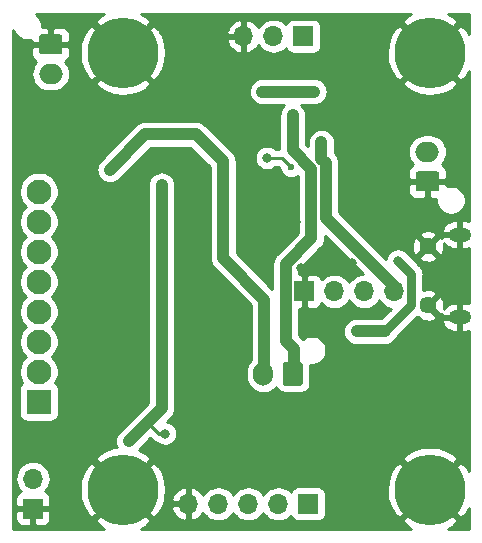
<source format=gbr>
G04 #@! TF.GenerationSoftware,KiCad,Pcbnew,5.0.2-5.0.2*
G04 #@! TF.CreationDate,2019-01-05T03:50:43-08:00*
G04 #@! TF.ProjectId,t962,74393632-2e6b-4696-9361-645f70636258,1.2*
G04 #@! TF.SameCoordinates,Original*
G04 #@! TF.FileFunction,Copper,L2,Bot*
G04 #@! TF.FilePolarity,Positive*
%FSLAX46Y46*%
G04 Gerber Fmt 4.6, Leading zero omitted, Abs format (unit mm)*
G04 Created by KiCad (PCBNEW 5.0.2-5.0.2) date Sat 05 Jan 2019 03:50:43 AM PST*
%MOMM*%
%LPD*%
G01*
G04 APERTURE LIST*
G04 #@! TA.AperFunction,Conductor*
%ADD10C,0.100000*%
G04 #@! TD*
G04 #@! TA.AperFunction,ComponentPad*
%ADD11C,1.700000*%
G04 #@! TD*
G04 #@! TA.AperFunction,ComponentPad*
%ADD12O,2.000000X1.700000*%
G04 #@! TD*
G04 #@! TA.AperFunction,ComponentPad*
%ADD13R,1.700000X1.700000*%
G04 #@! TD*
G04 #@! TA.AperFunction,ComponentPad*
%ADD14O,1.700000X1.700000*%
G04 #@! TD*
G04 #@! TA.AperFunction,ComponentPad*
%ADD15R,2.100000X2.100000*%
G04 #@! TD*
G04 #@! TA.AperFunction,ComponentPad*
%ADD16C,2.100000*%
G04 #@! TD*
G04 #@! TA.AperFunction,ComponentPad*
%ADD17C,6.000000*%
G04 #@! TD*
G04 #@! TA.AperFunction,ComponentPad*
%ADD18C,1.450000*%
G04 #@! TD*
G04 #@! TA.AperFunction,ComponentPad*
%ADD19O,1.900000X1.200000*%
G04 #@! TD*
G04 #@! TA.AperFunction,ComponentPad*
%ADD20O,1.700000X2.000000*%
G04 #@! TD*
G04 #@! TA.AperFunction,ViaPad*
%ADD21C,0.800000*%
G04 #@! TD*
G04 #@! TA.AperFunction,ViaPad*
%ADD22C,0.600000*%
G04 #@! TD*
G04 #@! TA.AperFunction,Conductor*
%ADD23C,1.000000*%
G04 #@! TD*
G04 #@! TA.AperFunction,Conductor*
%ADD24C,0.300000*%
G04 #@! TD*
G04 #@! TA.AperFunction,Conductor*
%ADD25C,0.250000*%
G04 #@! TD*
G04 #@! TA.AperFunction,Conductor*
%ADD26C,0.800000*%
G04 #@! TD*
G04 #@! TA.AperFunction,Conductor*
%ADD27C,0.254000*%
G04 #@! TD*
G04 APERTURE END LIST*
D10*
G04 #@! TO.N,GND*
G04 #@! TO.C,J6*
G36*
X164474504Y-45151204D02*
X164498773Y-45154804D01*
X164522571Y-45160765D01*
X164545671Y-45169030D01*
X164567849Y-45179520D01*
X164588893Y-45192133D01*
X164608598Y-45206747D01*
X164626777Y-45223223D01*
X164643253Y-45241402D01*
X164657867Y-45261107D01*
X164670480Y-45282151D01*
X164680970Y-45304329D01*
X164689235Y-45327429D01*
X164695196Y-45351227D01*
X164698796Y-45375496D01*
X164700000Y-45400000D01*
X164700000Y-46600000D01*
X164698796Y-46624504D01*
X164695196Y-46648773D01*
X164689235Y-46672571D01*
X164680970Y-46695671D01*
X164670480Y-46717849D01*
X164657867Y-46738893D01*
X164643253Y-46758598D01*
X164626777Y-46776777D01*
X164608598Y-46793253D01*
X164588893Y-46807867D01*
X164567849Y-46820480D01*
X164545671Y-46830970D01*
X164522571Y-46839235D01*
X164498773Y-46845196D01*
X164474504Y-46848796D01*
X164450000Y-46850000D01*
X162950000Y-46850000D01*
X162925496Y-46848796D01*
X162901227Y-46845196D01*
X162877429Y-46839235D01*
X162854329Y-46830970D01*
X162832151Y-46820480D01*
X162811107Y-46807867D01*
X162791402Y-46793253D01*
X162773223Y-46776777D01*
X162756747Y-46758598D01*
X162742133Y-46738893D01*
X162729520Y-46717849D01*
X162719030Y-46695671D01*
X162710765Y-46672571D01*
X162704804Y-46648773D01*
X162701204Y-46624504D01*
X162700000Y-46600000D01*
X162700000Y-45400000D01*
X162701204Y-45375496D01*
X162704804Y-45351227D01*
X162710765Y-45327429D01*
X162719030Y-45304329D01*
X162729520Y-45282151D01*
X162742133Y-45261107D01*
X162756747Y-45241402D01*
X162773223Y-45223223D01*
X162791402Y-45206747D01*
X162811107Y-45192133D01*
X162832151Y-45179520D01*
X162854329Y-45169030D01*
X162877429Y-45160765D01*
X162901227Y-45154804D01*
X162925496Y-45151204D01*
X162950000Y-45150000D01*
X164450000Y-45150000D01*
X164474504Y-45151204D01*
X164474504Y-45151204D01*
G37*
D11*
G04 #@! TD*
G04 #@! TO.P,J6,1*
G04 #@! TO.N,GND*
X163700000Y-46000000D03*
D12*
G04 #@! TO.P,J6,2*
G04 #@! TO.N,+12V*
X163700000Y-43500000D03*
G04 #@! TD*
D13*
G04 #@! TO.P,J4,1*
G04 #@! TO.N,GND*
X130300000Y-73700000D03*
D14*
G04 #@! TO.P,J4,2*
G04 #@! TO.N,+3V3*
X130300000Y-71160000D03*
G04 #@! TD*
D15*
G04 #@! TO.P,J2,1*
G04 #@! TO.N,/T3+*
X130800000Y-64640000D03*
D16*
G04 #@! TO.P,J2,2*
G04 #@! TO.N,/T3-*
X130800000Y-62100000D03*
G04 #@! TO.P,J2,3*
G04 #@! TO.N,/T2+*
X130800000Y-59560000D03*
G04 #@! TO.P,J2,4*
G04 #@! TO.N,/T2-*
X130800000Y-57020000D03*
G04 #@! TO.P,J2,5*
G04 #@! TO.N,/T1+*
X130800000Y-54480000D03*
G04 #@! TO.P,J2,6*
G04 #@! TO.N,/T1-*
X130800000Y-51940000D03*
G04 #@! TO.P,J2,7*
G04 #@! TO.N,/T0+*
X130800000Y-49400000D03*
G04 #@! TO.P,J2,8*
G04 #@! TO.N,/T0-*
X130800000Y-46860000D03*
G04 #@! TD*
D17*
G04 #@! TO.P,H1,1*
G04 #@! TO.N,GND*
X137900000Y-72100000D03*
G04 #@! TD*
G04 #@! TO.P,H2,1*
G04 #@! TO.N,GND*
X163900000Y-72100000D03*
G04 #@! TD*
G04 #@! TO.P,H3,1*
G04 #@! TO.N,GND*
X137900000Y-35100000D03*
G04 #@! TD*
G04 #@! TO.P,H4,1*
G04 #@! TO.N,GND*
X163900000Y-35100000D03*
G04 #@! TD*
D18*
G04 #@! TO.P,J8,6*
G04 #@! TO.N,GND*
X163737500Y-56500000D03*
X163737500Y-51500000D03*
D19*
X166437500Y-57500000D03*
X166437500Y-50500000D03*
G04 #@! TD*
D20*
G04 #@! TO.P,J5,2*
G04 #@! TO.N,+12V*
X149800000Y-62300000D03*
D10*
G04 #@! TD*
G04 #@! TO.N,/FAN_PWM_OUT*
G04 #@! TO.C,J5*
G36*
X152924504Y-61301204D02*
X152948773Y-61304804D01*
X152972571Y-61310765D01*
X152995671Y-61319030D01*
X153017849Y-61329520D01*
X153038893Y-61342133D01*
X153058598Y-61356747D01*
X153076777Y-61373223D01*
X153093253Y-61391402D01*
X153107867Y-61411107D01*
X153120480Y-61432151D01*
X153130970Y-61454329D01*
X153139235Y-61477429D01*
X153145196Y-61501227D01*
X153148796Y-61525496D01*
X153150000Y-61550000D01*
X153150000Y-63050000D01*
X153148796Y-63074504D01*
X153145196Y-63098773D01*
X153139235Y-63122571D01*
X153130970Y-63145671D01*
X153120480Y-63167849D01*
X153107867Y-63188893D01*
X153093253Y-63208598D01*
X153076777Y-63226777D01*
X153058598Y-63243253D01*
X153038893Y-63257867D01*
X153017849Y-63270480D01*
X152995671Y-63280970D01*
X152972571Y-63289235D01*
X152948773Y-63295196D01*
X152924504Y-63298796D01*
X152900000Y-63300000D01*
X151700000Y-63300000D01*
X151675496Y-63298796D01*
X151651227Y-63295196D01*
X151627429Y-63289235D01*
X151604329Y-63280970D01*
X151582151Y-63270480D01*
X151561107Y-63257867D01*
X151541402Y-63243253D01*
X151523223Y-63226777D01*
X151506747Y-63208598D01*
X151492133Y-63188893D01*
X151479520Y-63167849D01*
X151469030Y-63145671D01*
X151460765Y-63122571D01*
X151454804Y-63098773D01*
X151451204Y-63074504D01*
X151450000Y-63050000D01*
X151450000Y-61550000D01*
X151451204Y-61525496D01*
X151454804Y-61501227D01*
X151460765Y-61477429D01*
X151469030Y-61454329D01*
X151479520Y-61432151D01*
X151492133Y-61411107D01*
X151506747Y-61391402D01*
X151523223Y-61373223D01*
X151541402Y-61356747D01*
X151561107Y-61342133D01*
X151582151Y-61329520D01*
X151604329Y-61319030D01*
X151627429Y-61310765D01*
X151651227Y-61304804D01*
X151675496Y-61301204D01*
X151700000Y-61300000D01*
X152900000Y-61300000D01*
X152924504Y-61301204D01*
X152924504Y-61301204D01*
G37*
D11*
G04 #@! TO.P,J5,1*
G04 #@! TO.N,/FAN_PWM_OUT*
X152300000Y-62300000D03*
G04 #@! TD*
D10*
G04 #@! TO.N,GND*
G04 #@! TO.C,J3*
G36*
X132574504Y-33551204D02*
X132598773Y-33554804D01*
X132622571Y-33560765D01*
X132645671Y-33569030D01*
X132667849Y-33579520D01*
X132688893Y-33592133D01*
X132708598Y-33606747D01*
X132726777Y-33623223D01*
X132743253Y-33641402D01*
X132757867Y-33661107D01*
X132770480Y-33682151D01*
X132780970Y-33704329D01*
X132789235Y-33727429D01*
X132795196Y-33751227D01*
X132798796Y-33775496D01*
X132800000Y-33800000D01*
X132800000Y-35000000D01*
X132798796Y-35024504D01*
X132795196Y-35048773D01*
X132789235Y-35072571D01*
X132780970Y-35095671D01*
X132770480Y-35117849D01*
X132757867Y-35138893D01*
X132743253Y-35158598D01*
X132726777Y-35176777D01*
X132708598Y-35193253D01*
X132688893Y-35207867D01*
X132667849Y-35220480D01*
X132645671Y-35230970D01*
X132622571Y-35239235D01*
X132598773Y-35245196D01*
X132574504Y-35248796D01*
X132550000Y-35250000D01*
X131050000Y-35250000D01*
X131025496Y-35248796D01*
X131001227Y-35245196D01*
X130977429Y-35239235D01*
X130954329Y-35230970D01*
X130932151Y-35220480D01*
X130911107Y-35207867D01*
X130891402Y-35193253D01*
X130873223Y-35176777D01*
X130856747Y-35158598D01*
X130842133Y-35138893D01*
X130829520Y-35117849D01*
X130819030Y-35095671D01*
X130810765Y-35072571D01*
X130804804Y-35048773D01*
X130801204Y-35024504D01*
X130800000Y-35000000D01*
X130800000Y-33800000D01*
X130801204Y-33775496D01*
X130804804Y-33751227D01*
X130810765Y-33727429D01*
X130819030Y-33704329D01*
X130829520Y-33682151D01*
X130842133Y-33661107D01*
X130856747Y-33641402D01*
X130873223Y-33623223D01*
X130891402Y-33606747D01*
X130911107Y-33592133D01*
X130932151Y-33579520D01*
X130954329Y-33569030D01*
X130977429Y-33560765D01*
X131001227Y-33554804D01*
X131025496Y-33551204D01*
X131050000Y-33550000D01*
X132550000Y-33550000D01*
X132574504Y-33551204D01*
X132574504Y-33551204D01*
G37*
D11*
G04 #@! TD*
G04 #@! TO.P,J3,1*
G04 #@! TO.N,GND*
X131800000Y-34400000D03*
D12*
G04 #@! TO.P,J3,2*
G04 #@! TO.N,+12V*
X131800000Y-36900000D03*
G04 #@! TD*
D13*
G04 #@! TO.P,J1,1*
G04 #@! TO.N,/DQ*
X153200000Y-33700000D03*
D14*
G04 #@! TO.P,J1,2*
G04 #@! TO.N,/FAN_PWM*
X150660000Y-33700000D03*
G04 #@! TO.P,J1,3*
G04 #@! TO.N,GND*
X148120000Y-33700000D03*
G04 #@! TD*
D13*
G04 #@! TO.P,J10,1*
G04 #@! TO.N,GND*
X153260000Y-55300000D03*
D14*
G04 #@! TO.P,J10,2*
G04 #@! TO.N,/D+*
X155800000Y-55300000D03*
G04 #@! TO.P,J10,3*
G04 #@! TO.N,/D-*
X158340000Y-55300000D03*
G04 #@! TO.P,J10,4*
G04 #@! TO.N,+5V*
X160880000Y-55300000D03*
G04 #@! TD*
D13*
G04 #@! TO.P,J7,1*
G04 #@! TO.N,/N_ISP*
X153600000Y-73300000D03*
D14*
G04 #@! TO.P,J7,2*
G04 #@! TO.N,/N_RST*
X151060000Y-73300000D03*
G04 #@! TO.P,J7,3*
G04 #@! TO.N,/TXD0*
X148520000Y-73300000D03*
G04 #@! TO.P,J7,4*
G04 #@! TO.N,/RXD0*
X145980000Y-73300000D03*
G04 #@! TO.P,J7,5*
G04 #@! TO.N,GND*
X143440000Y-73300000D03*
G04 #@! TD*
D21*
G04 #@! TO.N,GND*
X135400000Y-49700000D03*
X139800000Y-58100000D03*
X139500000Y-63400000D03*
X135500000Y-54600000D03*
X142900000Y-52000000D03*
X149800000Y-41700000D03*
X157500000Y-39379990D03*
X144681609Y-65513445D03*
X154200000Y-40200000D03*
X139371416Y-51602802D03*
X139200000Y-47400000D03*
X137000000Y-41100000D03*
X152600000Y-49400000D03*
X155200000Y-53300000D03*
X158700000Y-65600000D03*
X146900000Y-55100000D03*
X148300000Y-52100000D03*
X151100000Y-51400000D03*
X135800004Y-66500000D03*
X135400000Y-60700000D03*
X145700026Y-37400000D03*
X157487500Y-44199998D03*
X149450000Y-69575000D03*
X148175000Y-60025000D03*
X158700000Y-62225000D03*
X158700000Y-68775000D03*
X134675000Y-45475000D03*
X155450000Y-64775000D03*
X157300001Y-52925001D03*
X142775000Y-46900000D03*
X142950000Y-57925000D03*
X143000000Y-63950000D03*
X145375000Y-68475000D03*
X152999942Y-53300000D03*
G04 #@! TO.N,+3V3*
X141200000Y-55450002D03*
X138400000Y-68000000D03*
X141200000Y-61450016D03*
X141199972Y-63300000D03*
X141200000Y-57400000D03*
X141200000Y-51500000D03*
X141500000Y-67350002D03*
X141200000Y-46300004D03*
X154100000Y-38400000D03*
X149700000Y-38400000D03*
X150100000Y-44000000D03*
D22*
X152150000Y-44800000D03*
D21*
G04 #@! TO.N,+12V*
X136800000Y-45000000D03*
X157700000Y-58700000D03*
X161200000Y-52700000D03*
G04 #@! TO.N,+5V*
X154725000Y-42700000D03*
X155076256Y-48550000D03*
G04 #@! TO.N,/FAN_PWM_OUT*
X152300000Y-40400000D03*
G04 #@! TD*
D23*
G04 #@! TO.N,+3V3*
X141199972Y-62734315D02*
X141199972Y-63300000D01*
X141199972Y-65200028D02*
X141199972Y-63865685D01*
X141199972Y-63865685D02*
X141199972Y-63300000D01*
X141199972Y-61450044D02*
X141200000Y-61450016D01*
X141199972Y-63300000D02*
X141199972Y-61450044D01*
X141200000Y-55450002D02*
X141200000Y-51500000D01*
X141200000Y-61450016D02*
X141200000Y-57400000D01*
X141200000Y-57400000D02*
X141200000Y-55450002D01*
X141200000Y-51500000D02*
X141200000Y-51500000D01*
D24*
X140100000Y-66515687D02*
X140100000Y-66300000D01*
X140934315Y-67350002D02*
X140100000Y-66515687D01*
X141500000Y-67350002D02*
X140934315Y-67350002D01*
D23*
X138400000Y-68000000D02*
X140100000Y-66300000D01*
X140100000Y-66300000D02*
X141199972Y-65200028D01*
X141200000Y-46300004D02*
X141200000Y-51500000D01*
X153534315Y-38400000D02*
X154100000Y-38400000D01*
X149700000Y-38400000D02*
X153534315Y-38400000D01*
D25*
X150100000Y-44000000D02*
X151350000Y-44000000D01*
X151350000Y-44000000D02*
X152150000Y-44800000D01*
D23*
G04 #@! TO.N,+12V*
X139800000Y-42000000D02*
X136800000Y-45000000D01*
X144100000Y-42000000D02*
X139800000Y-42000000D01*
X146400000Y-52500000D02*
X146400000Y-44300000D01*
X146400000Y-44300000D02*
X144100000Y-42000000D01*
X149900000Y-62200000D02*
X149900000Y-56000000D01*
X149900000Y-56000000D02*
X146400000Y-52500000D01*
X157700000Y-58700000D02*
X160100000Y-58700000D01*
D26*
X162330001Y-53830001D02*
X161200000Y-52700000D01*
X160100000Y-58700000D02*
X162330001Y-56469999D01*
X162330001Y-56469999D02*
X162330001Y-53830001D01*
D23*
G04 #@! TO.N,+5V*
X155076256Y-47449774D02*
X155076256Y-46086759D01*
X160880000Y-55300000D02*
X160880000Y-54880000D01*
X160880000Y-54880000D02*
X155076256Y-49076256D01*
X154725000Y-44080883D02*
X154725000Y-42700000D01*
X155074999Y-44430882D02*
X154725000Y-44080883D01*
X155074999Y-45519817D02*
X155074999Y-44430882D01*
X155076256Y-45521074D02*
X155074999Y-45519817D01*
X155076256Y-46086759D02*
X155076256Y-45521074D01*
X155076256Y-49076256D02*
X155076256Y-48550000D01*
X155076256Y-48550000D02*
X155076256Y-47449774D01*
G04 #@! TO.N,/FAN_PWM_OUT*
X152300000Y-43352953D02*
X153874989Y-44927942D01*
X151709999Y-52990001D02*
X151709999Y-59509999D01*
X153874989Y-44927942D02*
X153874989Y-50825011D01*
X152400000Y-60200000D02*
X152400000Y-62200000D01*
X152300000Y-40400000D02*
X152300000Y-43352953D01*
X151709999Y-59509999D02*
X152400000Y-60200000D01*
X153874989Y-50825011D02*
X151709999Y-52990001D01*
G04 #@! TD*
D27*
G04 #@! TO.N,GND*
G36*
X135884397Y-32053898D02*
X135857106Y-32072132D01*
X135520919Y-32541314D01*
X137900000Y-34920395D01*
X140279081Y-32541314D01*
X139942894Y-32072132D01*
X139457735Y-31810000D01*
X162345672Y-31810000D01*
X161884397Y-32053898D01*
X161857106Y-32072132D01*
X161520919Y-32541314D01*
X163900000Y-34920395D01*
X166279081Y-32541314D01*
X165942894Y-32072132D01*
X165457735Y-31810000D01*
X167190000Y-31810000D01*
X167190000Y-33545672D01*
X166946102Y-33084397D01*
X166927868Y-33057106D01*
X166458686Y-32720919D01*
X164079605Y-35100000D01*
X166458686Y-37479081D01*
X166927868Y-37142894D01*
X167190000Y-36657734D01*
X167190000Y-49329021D01*
X167152996Y-49313507D01*
X166914500Y-49265000D01*
X166564500Y-49265000D01*
X166564500Y-50373000D01*
X166584500Y-50373000D01*
X166584500Y-50627000D01*
X166564500Y-50627000D01*
X166564500Y-51735000D01*
X166914500Y-51735000D01*
X167152996Y-51686493D01*
X167190000Y-51670978D01*
X167190001Y-56329022D01*
X167152996Y-56313507D01*
X166914500Y-56265000D01*
X166564500Y-56265000D01*
X166564500Y-57373000D01*
X166584500Y-57373000D01*
X166584500Y-57627000D01*
X166564500Y-57627000D01*
X166564500Y-58735000D01*
X166914500Y-58735000D01*
X167152996Y-58686493D01*
X167190001Y-58670978D01*
X167190001Y-70545674D01*
X166946102Y-70084397D01*
X166927868Y-70057106D01*
X166458686Y-69720919D01*
X164079605Y-72100000D01*
X166458686Y-74479081D01*
X166927868Y-74142894D01*
X167190001Y-73657733D01*
X167190001Y-75390000D01*
X165454328Y-75390000D01*
X165915603Y-75146102D01*
X165942894Y-75127868D01*
X166279081Y-74658686D01*
X163900000Y-72279605D01*
X161520919Y-74658686D01*
X161857106Y-75127868D01*
X162342265Y-75390000D01*
X139454328Y-75390000D01*
X139915603Y-75146102D01*
X139942894Y-75127868D01*
X140279081Y-74658686D01*
X137900000Y-72279605D01*
X135520919Y-74658686D01*
X135857106Y-75127868D01*
X136342265Y-75390000D01*
X128610000Y-75390000D01*
X128610000Y-73985750D01*
X128815000Y-73985750D01*
X128815000Y-74612542D01*
X128839403Y-74735223D01*
X128887270Y-74850785D01*
X128956763Y-74954789D01*
X129045211Y-75043237D01*
X129149215Y-75112730D01*
X129264777Y-75160597D01*
X129387458Y-75185000D01*
X130014250Y-75185000D01*
X130173000Y-75026250D01*
X130173000Y-73827000D01*
X130427000Y-73827000D01*
X130427000Y-75026250D01*
X130585750Y-75185000D01*
X131212542Y-75185000D01*
X131335223Y-75160597D01*
X131450785Y-75112730D01*
X131554789Y-75043237D01*
X131643237Y-74954789D01*
X131712730Y-74850785D01*
X131760597Y-74735223D01*
X131785000Y-74612542D01*
X131785000Y-73985750D01*
X131626250Y-73827000D01*
X130427000Y-73827000D01*
X130173000Y-73827000D01*
X128973750Y-73827000D01*
X128815000Y-73985750D01*
X128610000Y-73985750D01*
X128610000Y-71160000D01*
X128807815Y-71160000D01*
X128836487Y-71451111D01*
X128921401Y-71731034D01*
X129059294Y-71989014D01*
X129244866Y-72215134D01*
X129272553Y-72237856D01*
X129264777Y-72239403D01*
X129149215Y-72287270D01*
X129045211Y-72356763D01*
X128956763Y-72445211D01*
X128887270Y-72549215D01*
X128839403Y-72664777D01*
X128815000Y-72787458D01*
X128815000Y-73414250D01*
X128973750Y-73573000D01*
X130173000Y-73573000D01*
X130173000Y-73553000D01*
X130427000Y-73553000D01*
X130427000Y-73573000D01*
X131626250Y-73573000D01*
X131785000Y-73414250D01*
X131785000Y-72787458D01*
X131760597Y-72664777D01*
X131712730Y-72549215D01*
X131643237Y-72445211D01*
X131554789Y-72356763D01*
X131450785Y-72287270D01*
X131335223Y-72239403D01*
X131327447Y-72237856D01*
X131355134Y-72215134D01*
X131463090Y-72083589D01*
X134247450Y-72083589D01*
X134314431Y-72796482D01*
X134519204Y-73482609D01*
X134853898Y-74115603D01*
X134872132Y-74142894D01*
X135341314Y-74479081D01*
X137720395Y-72100000D01*
X138079605Y-72100000D01*
X140458686Y-74479081D01*
X140927868Y-74142894D01*
X141190455Y-73656891D01*
X141998519Y-73656891D01*
X142095843Y-73931252D01*
X142244822Y-74181355D01*
X142439731Y-74397588D01*
X142673080Y-74571641D01*
X142935901Y-74696825D01*
X143083110Y-74741476D01*
X143313000Y-74620155D01*
X143313000Y-73427000D01*
X142119186Y-73427000D01*
X141998519Y-73656891D01*
X141190455Y-73656891D01*
X141268237Y-73512932D01*
X141443890Y-72943109D01*
X141998519Y-72943109D01*
X142119186Y-73173000D01*
X143313000Y-73173000D01*
X143313000Y-71979845D01*
X143567000Y-71979845D01*
X143567000Y-73173000D01*
X143587000Y-73173000D01*
X143587000Y-73427000D01*
X143567000Y-73427000D01*
X143567000Y-74620155D01*
X143796890Y-74741476D01*
X143944099Y-74696825D01*
X144206920Y-74571641D01*
X144440269Y-74397588D01*
X144635178Y-74181355D01*
X144704799Y-74064477D01*
X144739294Y-74129014D01*
X144924866Y-74355134D01*
X145150986Y-74540706D01*
X145408966Y-74678599D01*
X145688889Y-74763513D01*
X145907050Y-74785000D01*
X146052950Y-74785000D01*
X146271111Y-74763513D01*
X146551034Y-74678599D01*
X146809014Y-74540706D01*
X147035134Y-74355134D01*
X147220706Y-74129014D01*
X147250000Y-74074209D01*
X147279294Y-74129014D01*
X147464866Y-74355134D01*
X147690986Y-74540706D01*
X147948966Y-74678599D01*
X148228889Y-74763513D01*
X148447050Y-74785000D01*
X148592950Y-74785000D01*
X148811111Y-74763513D01*
X149091034Y-74678599D01*
X149349014Y-74540706D01*
X149575134Y-74355134D01*
X149760706Y-74129014D01*
X149790000Y-74074209D01*
X149819294Y-74129014D01*
X150004866Y-74355134D01*
X150230986Y-74540706D01*
X150488966Y-74678599D01*
X150768889Y-74763513D01*
X150987050Y-74785000D01*
X151132950Y-74785000D01*
X151351111Y-74763513D01*
X151631034Y-74678599D01*
X151889014Y-74540706D01*
X152115134Y-74355134D01*
X152139607Y-74325313D01*
X152160498Y-74394180D01*
X152219463Y-74504494D01*
X152298815Y-74601185D01*
X152395506Y-74680537D01*
X152505820Y-74739502D01*
X152625518Y-74775812D01*
X152750000Y-74788072D01*
X154450000Y-74788072D01*
X154574482Y-74775812D01*
X154694180Y-74739502D01*
X154804494Y-74680537D01*
X154901185Y-74601185D01*
X154980537Y-74504494D01*
X155039502Y-74394180D01*
X155075812Y-74274482D01*
X155088072Y-74150000D01*
X155088072Y-72450000D01*
X155075812Y-72325518D01*
X155039502Y-72205820D01*
X154980537Y-72095506D01*
X154970758Y-72083589D01*
X160247450Y-72083589D01*
X160314431Y-72796482D01*
X160519204Y-73482609D01*
X160853898Y-74115603D01*
X160872132Y-74142894D01*
X161341314Y-74479081D01*
X163720395Y-72100000D01*
X161341314Y-69720919D01*
X160872132Y-70057106D01*
X160531763Y-70687068D01*
X160320834Y-71371327D01*
X160247450Y-72083589D01*
X154970758Y-72083589D01*
X154901185Y-71998815D01*
X154804494Y-71919463D01*
X154694180Y-71860498D01*
X154574482Y-71824188D01*
X154450000Y-71811928D01*
X152750000Y-71811928D01*
X152625518Y-71824188D01*
X152505820Y-71860498D01*
X152395506Y-71919463D01*
X152298815Y-71998815D01*
X152219463Y-72095506D01*
X152160498Y-72205820D01*
X152139607Y-72274687D01*
X152115134Y-72244866D01*
X151889014Y-72059294D01*
X151631034Y-71921401D01*
X151351111Y-71836487D01*
X151132950Y-71815000D01*
X150987050Y-71815000D01*
X150768889Y-71836487D01*
X150488966Y-71921401D01*
X150230986Y-72059294D01*
X150004866Y-72244866D01*
X149819294Y-72470986D01*
X149790000Y-72525791D01*
X149760706Y-72470986D01*
X149575134Y-72244866D01*
X149349014Y-72059294D01*
X149091034Y-71921401D01*
X148811111Y-71836487D01*
X148592950Y-71815000D01*
X148447050Y-71815000D01*
X148228889Y-71836487D01*
X147948966Y-71921401D01*
X147690986Y-72059294D01*
X147464866Y-72244866D01*
X147279294Y-72470986D01*
X147250000Y-72525791D01*
X147220706Y-72470986D01*
X147035134Y-72244866D01*
X146809014Y-72059294D01*
X146551034Y-71921401D01*
X146271111Y-71836487D01*
X146052950Y-71815000D01*
X145907050Y-71815000D01*
X145688889Y-71836487D01*
X145408966Y-71921401D01*
X145150986Y-72059294D01*
X144924866Y-72244866D01*
X144739294Y-72470986D01*
X144704799Y-72535523D01*
X144635178Y-72418645D01*
X144440269Y-72202412D01*
X144206920Y-72028359D01*
X143944099Y-71903175D01*
X143796890Y-71858524D01*
X143567000Y-71979845D01*
X143313000Y-71979845D01*
X143083110Y-71858524D01*
X142935901Y-71903175D01*
X142673080Y-72028359D01*
X142439731Y-72202412D01*
X142244822Y-72418645D01*
X142095843Y-72668748D01*
X141998519Y-72943109D01*
X141443890Y-72943109D01*
X141479166Y-72828673D01*
X141552550Y-72116411D01*
X141485569Y-71403518D01*
X141280796Y-70717391D01*
X140946102Y-70084397D01*
X140927868Y-70057106D01*
X140458686Y-69720919D01*
X138079605Y-72100000D01*
X137720395Y-72100000D01*
X135341314Y-69720919D01*
X134872132Y-70057106D01*
X134531763Y-70687068D01*
X134320834Y-71371327D01*
X134247450Y-72083589D01*
X131463090Y-72083589D01*
X131540706Y-71989014D01*
X131678599Y-71731034D01*
X131763513Y-71451111D01*
X131792185Y-71160000D01*
X131763513Y-70868889D01*
X131678599Y-70588966D01*
X131540706Y-70330986D01*
X131355134Y-70104866D01*
X131129014Y-69919294D01*
X130871034Y-69781401D01*
X130591111Y-69696487D01*
X130372950Y-69675000D01*
X130227050Y-69675000D01*
X130008889Y-69696487D01*
X129728966Y-69781401D01*
X129470986Y-69919294D01*
X129244866Y-70104866D01*
X129059294Y-70330986D01*
X128921401Y-70588966D01*
X128836487Y-70868889D01*
X128807815Y-71160000D01*
X128610000Y-71160000D01*
X128610000Y-69541314D01*
X135520919Y-69541314D01*
X137900000Y-71920395D01*
X140279081Y-69541314D01*
X161520919Y-69541314D01*
X163900000Y-71920395D01*
X166279081Y-69541314D01*
X165942894Y-69072132D01*
X165312932Y-68731763D01*
X164628673Y-68520834D01*
X163916411Y-68447450D01*
X163203518Y-68514431D01*
X162517391Y-68719204D01*
X161884397Y-69053898D01*
X161857106Y-69072132D01*
X161520919Y-69541314D01*
X140279081Y-69541314D01*
X139942894Y-69072132D01*
X139312932Y-68731763D01*
X139282690Y-68722441D01*
X140239644Y-67765488D01*
X140351968Y-67877812D01*
X140376551Y-67907766D01*
X140496082Y-68005864D01*
X140632455Y-68078756D01*
X140780428Y-68123644D01*
X140813154Y-68126867D01*
X140840226Y-68153939D01*
X141009744Y-68267207D01*
X141198102Y-68345228D01*
X141398061Y-68385002D01*
X141601939Y-68385002D01*
X141801898Y-68345228D01*
X141990256Y-68267207D01*
X142159774Y-68153939D01*
X142303937Y-68009776D01*
X142417205Y-67840258D01*
X142495226Y-67651900D01*
X142535000Y-67451941D01*
X142535000Y-67248063D01*
X142495226Y-67048104D01*
X142417205Y-66859746D01*
X142303937Y-66690228D01*
X142159774Y-66546065D01*
X141990256Y-66432797D01*
X141801898Y-66354776D01*
X141675498Y-66329634D01*
X141963112Y-66042020D01*
X142006421Y-66006477D01*
X142148256Y-65833651D01*
X142253648Y-65636475D01*
X142318549Y-65422527D01*
X142334972Y-65255780D01*
X142334972Y-65255771D01*
X142340462Y-65200029D01*
X142334972Y-65144287D01*
X142334972Y-61506052D01*
X142335000Y-61505768D01*
X142335000Y-61505767D01*
X142340491Y-61450016D01*
X142335000Y-61394264D01*
X142335000Y-51555752D01*
X142340491Y-51500000D01*
X142335000Y-51444248D01*
X142335000Y-46244252D01*
X142318577Y-46077505D01*
X142253676Y-45863557D01*
X142148284Y-45666381D01*
X142006449Y-45493555D01*
X141833623Y-45351720D01*
X141636446Y-45246328D01*
X141422498Y-45181427D01*
X141200000Y-45159513D01*
X140977501Y-45181427D01*
X140763553Y-45246328D01*
X140566377Y-45351720D01*
X140393551Y-45493555D01*
X140251716Y-45666381D01*
X140146324Y-45863558D01*
X140081423Y-46077506D01*
X140065000Y-46244253D01*
X140065001Y-51444238D01*
X140059509Y-51500000D01*
X140065001Y-51555762D01*
X140065000Y-55505753D01*
X140065001Y-55505763D01*
X140065000Y-57455751D01*
X140065001Y-57455761D01*
X140065000Y-61394008D01*
X140059481Y-61450044D01*
X140064973Y-61505805D01*
X140064972Y-62678560D01*
X140064972Y-64729896D01*
X139336861Y-65458008D01*
X139336856Y-65458012D01*
X137558012Y-67236857D01*
X137451717Y-67366378D01*
X137346324Y-67563554D01*
X137281423Y-67777502D01*
X137259509Y-68000000D01*
X137281423Y-68222498D01*
X137346324Y-68436446D01*
X137379186Y-68497926D01*
X137203518Y-68514431D01*
X136517391Y-68719204D01*
X135884397Y-69053898D01*
X135857106Y-69072132D01*
X135520919Y-69541314D01*
X128610000Y-69541314D01*
X128610000Y-63590000D01*
X129111928Y-63590000D01*
X129111928Y-65690000D01*
X129124188Y-65814482D01*
X129160498Y-65934180D01*
X129219463Y-66044494D01*
X129298815Y-66141185D01*
X129395506Y-66220537D01*
X129505820Y-66279502D01*
X129625518Y-66315812D01*
X129750000Y-66328072D01*
X131850000Y-66328072D01*
X131974482Y-66315812D01*
X132094180Y-66279502D01*
X132204494Y-66220537D01*
X132301185Y-66141185D01*
X132380537Y-66044494D01*
X132439502Y-65934180D01*
X132475812Y-65814482D01*
X132488072Y-65690000D01*
X132488072Y-63590000D01*
X132475812Y-63465518D01*
X132439502Y-63345820D01*
X132380537Y-63235506D01*
X132301185Y-63138815D01*
X132204494Y-63059463D01*
X132190454Y-63051958D01*
X132293228Y-62898147D01*
X132420246Y-62591496D01*
X132485000Y-62265958D01*
X132485000Y-61934042D01*
X132420246Y-61608504D01*
X132293228Y-61301853D01*
X132108825Y-61025875D01*
X131912950Y-60830000D01*
X132108825Y-60634125D01*
X132293228Y-60358147D01*
X132420246Y-60051496D01*
X132485000Y-59725958D01*
X132485000Y-59394042D01*
X132420246Y-59068504D01*
X132293228Y-58761853D01*
X132108825Y-58485875D01*
X131912950Y-58290000D01*
X132108825Y-58094125D01*
X132293228Y-57818147D01*
X132420246Y-57511496D01*
X132485000Y-57185958D01*
X132485000Y-56854042D01*
X132420246Y-56528504D01*
X132293228Y-56221853D01*
X132108825Y-55945875D01*
X131912950Y-55750000D01*
X132108825Y-55554125D01*
X132293228Y-55278147D01*
X132420246Y-54971496D01*
X132485000Y-54645958D01*
X132485000Y-54314042D01*
X132420246Y-53988504D01*
X132293228Y-53681853D01*
X132108825Y-53405875D01*
X131912950Y-53210000D01*
X132108825Y-53014125D01*
X132293228Y-52738147D01*
X132420246Y-52431496D01*
X132485000Y-52105958D01*
X132485000Y-51774042D01*
X132420246Y-51448504D01*
X132293228Y-51141853D01*
X132108825Y-50865875D01*
X131912950Y-50670000D01*
X132108825Y-50474125D01*
X132293228Y-50198147D01*
X132420246Y-49891496D01*
X132485000Y-49565958D01*
X132485000Y-49234042D01*
X132420246Y-48908504D01*
X132293228Y-48601853D01*
X132108825Y-48325875D01*
X131912950Y-48130000D01*
X132108825Y-47934125D01*
X132293228Y-47658147D01*
X132420246Y-47351496D01*
X132485000Y-47025958D01*
X132485000Y-46694042D01*
X132420246Y-46368504D01*
X132293228Y-46061853D01*
X132108825Y-45785875D01*
X131874125Y-45551175D01*
X131598147Y-45366772D01*
X131291496Y-45239754D01*
X130965958Y-45175000D01*
X130634042Y-45175000D01*
X130308504Y-45239754D01*
X130001853Y-45366772D01*
X129725875Y-45551175D01*
X129491175Y-45785875D01*
X129306772Y-46061853D01*
X129179754Y-46368504D01*
X129115000Y-46694042D01*
X129115000Y-47025958D01*
X129179754Y-47351496D01*
X129306772Y-47658147D01*
X129491175Y-47934125D01*
X129687050Y-48130000D01*
X129491175Y-48325875D01*
X129306772Y-48601853D01*
X129179754Y-48908504D01*
X129115000Y-49234042D01*
X129115000Y-49565958D01*
X129179754Y-49891496D01*
X129306772Y-50198147D01*
X129491175Y-50474125D01*
X129687050Y-50670000D01*
X129491175Y-50865875D01*
X129306772Y-51141853D01*
X129179754Y-51448504D01*
X129115000Y-51774042D01*
X129115000Y-52105958D01*
X129179754Y-52431496D01*
X129306772Y-52738147D01*
X129491175Y-53014125D01*
X129687050Y-53210000D01*
X129491175Y-53405875D01*
X129306772Y-53681853D01*
X129179754Y-53988504D01*
X129115000Y-54314042D01*
X129115000Y-54645958D01*
X129179754Y-54971496D01*
X129306772Y-55278147D01*
X129491175Y-55554125D01*
X129687050Y-55750000D01*
X129491175Y-55945875D01*
X129306772Y-56221853D01*
X129179754Y-56528504D01*
X129115000Y-56854042D01*
X129115000Y-57185958D01*
X129179754Y-57511496D01*
X129306772Y-57818147D01*
X129491175Y-58094125D01*
X129687050Y-58290000D01*
X129491175Y-58485875D01*
X129306772Y-58761853D01*
X129179754Y-59068504D01*
X129115000Y-59394042D01*
X129115000Y-59725958D01*
X129179754Y-60051496D01*
X129306772Y-60358147D01*
X129491175Y-60634125D01*
X129687050Y-60830000D01*
X129491175Y-61025875D01*
X129306772Y-61301853D01*
X129179754Y-61608504D01*
X129115000Y-61934042D01*
X129115000Y-62265958D01*
X129179754Y-62591496D01*
X129306772Y-62898147D01*
X129409546Y-63051958D01*
X129395506Y-63059463D01*
X129298815Y-63138815D01*
X129219463Y-63235506D01*
X129160498Y-63345820D01*
X129124188Y-63465518D01*
X129111928Y-63590000D01*
X128610000Y-63590000D01*
X128610000Y-45000000D01*
X135659509Y-45000000D01*
X135681423Y-45222498D01*
X135746324Y-45436446D01*
X135851717Y-45633622D01*
X135993552Y-45806448D01*
X136166378Y-45948283D01*
X136363554Y-46053676D01*
X136577502Y-46118577D01*
X136800000Y-46140491D01*
X137022498Y-46118577D01*
X137236446Y-46053676D01*
X137433622Y-45948283D01*
X137563143Y-45841988D01*
X140270133Y-43135000D01*
X143629869Y-43135000D01*
X145265001Y-44770133D01*
X145265000Y-52444248D01*
X145259509Y-52500000D01*
X145265000Y-52555751D01*
X145281423Y-52722498D01*
X145346324Y-52936446D01*
X145451716Y-53133623D01*
X145593551Y-53306449D01*
X145636865Y-53341996D01*
X148765001Y-56470133D01*
X148765000Y-61078342D01*
X148744866Y-61094866D01*
X148559294Y-61320986D01*
X148421401Y-61578966D01*
X148336487Y-61858889D01*
X148315000Y-62077050D01*
X148315000Y-62522949D01*
X148336487Y-62741110D01*
X148421401Y-63021033D01*
X148559294Y-63279013D01*
X148744866Y-63505134D01*
X148970986Y-63690706D01*
X149228966Y-63828599D01*
X149508889Y-63913513D01*
X149800000Y-63942185D01*
X150091110Y-63913513D01*
X150371033Y-63828599D01*
X150629013Y-63690706D01*
X150855134Y-63505134D01*
X150907223Y-63441663D01*
X150961595Y-63543386D01*
X151072038Y-63677962D01*
X151206614Y-63788405D01*
X151360150Y-63870472D01*
X151526746Y-63921008D01*
X151700000Y-63938072D01*
X152900000Y-63938072D01*
X153073254Y-63921008D01*
X153239850Y-63870472D01*
X153393386Y-63788405D01*
X153527962Y-63677962D01*
X153638405Y-63543386D01*
X153720472Y-63389850D01*
X153771008Y-63223254D01*
X153788072Y-63050000D01*
X153788072Y-61550000D01*
X153786595Y-61535000D01*
X154021637Y-61535000D01*
X154260236Y-61487540D01*
X154484992Y-61394443D01*
X154687267Y-61259287D01*
X154859287Y-61087267D01*
X154994443Y-60884992D01*
X155087540Y-60660236D01*
X155135000Y-60421637D01*
X155135000Y-60178363D01*
X155087540Y-59939764D01*
X154994443Y-59715008D01*
X154859287Y-59512733D01*
X154687267Y-59340713D01*
X154484992Y-59205557D01*
X154260236Y-59112460D01*
X154021637Y-59065000D01*
X153778363Y-59065000D01*
X153539764Y-59112460D01*
X153315008Y-59205557D01*
X153132582Y-59327451D01*
X152844999Y-59039868D01*
X152844999Y-56785000D01*
X152974250Y-56785000D01*
X153133000Y-56626250D01*
X153133000Y-55427000D01*
X153113000Y-55427000D01*
X153113000Y-55173000D01*
X153133000Y-55173000D01*
X153133000Y-53973750D01*
X152974250Y-53815000D01*
X152844999Y-53815000D01*
X152844999Y-53460132D01*
X154638130Y-51667002D01*
X154681438Y-51631460D01*
X154823273Y-51458634D01*
X154928665Y-51261458D01*
X154978460Y-51097306D01*
X154993566Y-51047511D01*
X155008761Y-50893228D01*
X155009989Y-50880763D01*
X155009989Y-50880756D01*
X155015479Y-50825012D01*
X155009989Y-50769268D01*
X155009989Y-50615120D01*
X158214995Y-53820127D01*
X158048889Y-53836487D01*
X157768966Y-53921401D01*
X157510986Y-54059294D01*
X157284866Y-54244866D01*
X157099294Y-54470986D01*
X157070000Y-54525791D01*
X157040706Y-54470986D01*
X156855134Y-54244866D01*
X156629014Y-54059294D01*
X156371034Y-53921401D01*
X156091111Y-53836487D01*
X155872950Y-53815000D01*
X155727050Y-53815000D01*
X155508889Y-53836487D01*
X155228966Y-53921401D01*
X154970986Y-54059294D01*
X154744866Y-54244866D01*
X154722144Y-54272553D01*
X154720597Y-54264777D01*
X154672730Y-54149215D01*
X154603237Y-54045211D01*
X154514789Y-53956763D01*
X154410785Y-53887270D01*
X154295223Y-53839403D01*
X154172542Y-53815000D01*
X153545750Y-53815000D01*
X153387000Y-53973750D01*
X153387000Y-55173000D01*
X153407000Y-55173000D01*
X153407000Y-55427000D01*
X153387000Y-55427000D01*
X153387000Y-56626250D01*
X153545750Y-56785000D01*
X154172542Y-56785000D01*
X154295223Y-56760597D01*
X154410785Y-56712730D01*
X154514789Y-56643237D01*
X154603237Y-56554789D01*
X154672730Y-56450785D01*
X154720597Y-56335223D01*
X154722144Y-56327447D01*
X154744866Y-56355134D01*
X154970986Y-56540706D01*
X155228966Y-56678599D01*
X155508889Y-56763513D01*
X155727050Y-56785000D01*
X155872950Y-56785000D01*
X156091111Y-56763513D01*
X156371034Y-56678599D01*
X156629014Y-56540706D01*
X156855134Y-56355134D01*
X157040706Y-56129014D01*
X157070000Y-56074209D01*
X157099294Y-56129014D01*
X157284866Y-56355134D01*
X157510986Y-56540706D01*
X157768966Y-56678599D01*
X158048889Y-56763513D01*
X158267050Y-56785000D01*
X158412950Y-56785000D01*
X158631111Y-56763513D01*
X158911034Y-56678599D01*
X159169014Y-56540706D01*
X159395134Y-56355134D01*
X159580706Y-56129014D01*
X159610000Y-56074209D01*
X159639294Y-56129014D01*
X159824866Y-56355134D01*
X160050986Y-56540706D01*
X160308966Y-56678599D01*
X160576527Y-56759763D01*
X159771290Y-57565000D01*
X157644248Y-57565000D01*
X157477501Y-57581423D01*
X157263553Y-57646324D01*
X157066377Y-57751716D01*
X156893551Y-57893551D01*
X156751716Y-58066377D01*
X156646324Y-58263553D01*
X156581423Y-58477501D01*
X156559509Y-58700000D01*
X156581423Y-58922499D01*
X156646324Y-59136447D01*
X156751716Y-59333623D01*
X156893551Y-59506449D01*
X157066377Y-59648284D01*
X157263553Y-59753676D01*
X157477501Y-59818577D01*
X157644248Y-59835000D01*
X160155752Y-59835000D01*
X160322499Y-59818577D01*
X160536447Y-59753676D01*
X160733623Y-59648284D01*
X160906449Y-59506449D01*
X161048284Y-59333623D01*
X161153676Y-59136447D01*
X161165177Y-59098533D01*
X162784721Y-57478989D01*
X162861420Y-57555688D01*
X162977973Y-57439135D01*
X163040465Y-57675450D01*
X163283178Y-57788850D01*
X163543349Y-57852719D01*
X163810982Y-57864604D01*
X164075791Y-57824048D01*
X164093523Y-57817609D01*
X164894038Y-57817609D01*
X164897909Y-57855282D01*
X164990079Y-58080533D01*
X165124422Y-58283474D01*
X165295775Y-58456307D01*
X165497554Y-58592390D01*
X165722004Y-58686493D01*
X165960500Y-58735000D01*
X166310500Y-58735000D01*
X166310500Y-57627000D01*
X165018769Y-57627000D01*
X164894038Y-57817609D01*
X164093523Y-57817609D01*
X164327600Y-57732609D01*
X164434535Y-57675450D01*
X164497028Y-57439133D01*
X163737500Y-56679605D01*
X163723358Y-56693748D01*
X163543753Y-56514143D01*
X163557895Y-56500000D01*
X163917105Y-56500000D01*
X164676633Y-57259528D01*
X164904997Y-57199138D01*
X165018769Y-57373000D01*
X166310500Y-57373000D01*
X166310500Y-56265000D01*
X165960500Y-56265000D01*
X165722004Y-56313507D01*
X165497554Y-56407610D01*
X165295775Y-56543693D01*
X165124422Y-56716526D01*
X165061329Y-56811836D01*
X165090219Y-56694151D01*
X165102104Y-56426518D01*
X165061548Y-56161709D01*
X164970109Y-55909900D01*
X164912950Y-55802965D01*
X164676633Y-55740472D01*
X163917105Y-56500000D01*
X163557895Y-56500000D01*
X163543753Y-56485858D01*
X163723358Y-56306253D01*
X163737500Y-56320395D01*
X164497028Y-55560867D01*
X164434535Y-55324550D01*
X164191822Y-55211150D01*
X163931651Y-55147281D01*
X163664018Y-55135396D01*
X163399209Y-55175952D01*
X163365001Y-55188374D01*
X163365001Y-53880836D01*
X163370008Y-53830001D01*
X163365001Y-53779163D01*
X163350025Y-53627106D01*
X163290842Y-53432008D01*
X163246105Y-53348310D01*
X163194735Y-53252203D01*
X163097804Y-53134093D01*
X163065397Y-53094605D01*
X163025909Y-53062198D01*
X162402844Y-52439133D01*
X162977972Y-52439133D01*
X163040465Y-52675450D01*
X163283178Y-52788850D01*
X163543349Y-52852719D01*
X163810982Y-52864604D01*
X164075791Y-52824048D01*
X164327600Y-52732609D01*
X164434535Y-52675450D01*
X164497028Y-52439133D01*
X163737500Y-51679605D01*
X162977972Y-52439133D01*
X162402844Y-52439133D01*
X162003939Y-52040229D01*
X162003937Y-52040226D01*
X161859774Y-51896063D01*
X161817283Y-51867671D01*
X161777797Y-51835266D01*
X161732748Y-51811187D01*
X161690256Y-51782795D01*
X161643036Y-51763236D01*
X161597993Y-51739160D01*
X161549122Y-51724335D01*
X161501898Y-51704774D01*
X161451768Y-51694803D01*
X161402895Y-51679977D01*
X161352067Y-51674971D01*
X161301939Y-51665000D01*
X161250828Y-51665000D01*
X161200000Y-51659994D01*
X161149172Y-51665000D01*
X161098061Y-51665000D01*
X161047933Y-51674971D01*
X160997105Y-51679977D01*
X160948232Y-51694803D01*
X160898102Y-51704774D01*
X160850878Y-51724335D01*
X160802007Y-51739160D01*
X160756964Y-51763236D01*
X160709744Y-51782795D01*
X160667252Y-51811187D01*
X160622203Y-51835266D01*
X160582716Y-51867672D01*
X160540226Y-51896063D01*
X160504092Y-51932197D01*
X160464604Y-51964604D01*
X160432197Y-52004092D01*
X160396063Y-52040226D01*
X160367672Y-52082716D01*
X160335266Y-52122203D01*
X160311187Y-52167252D01*
X160282795Y-52209744D01*
X160263236Y-52256964D01*
X160239160Y-52302007D01*
X160224335Y-52350878D01*
X160204774Y-52398102D01*
X160194803Y-52448232D01*
X160179977Y-52497105D01*
X160174971Y-52547933D01*
X160171337Y-52566205D01*
X159178614Y-51573482D01*
X162372896Y-51573482D01*
X162413452Y-51838291D01*
X162504891Y-52090100D01*
X162562050Y-52197035D01*
X162798367Y-52259528D01*
X163557895Y-51500000D01*
X163917105Y-51500000D01*
X164676633Y-52259528D01*
X164912950Y-52197035D01*
X165026350Y-51954322D01*
X165090219Y-51694151D01*
X165102104Y-51426518D01*
X165066885Y-51196558D01*
X165124422Y-51283474D01*
X165295775Y-51456307D01*
X165497554Y-51592390D01*
X165722004Y-51686493D01*
X165960500Y-51735000D01*
X166310500Y-51735000D01*
X166310500Y-50627000D01*
X165018769Y-50627000D01*
X164904997Y-50800862D01*
X164676633Y-50740472D01*
X163917105Y-51500000D01*
X163557895Y-51500000D01*
X162798367Y-50740472D01*
X162562050Y-50802965D01*
X162448650Y-51045678D01*
X162384781Y-51305849D01*
X162372896Y-51573482D01*
X159178614Y-51573482D01*
X158165999Y-50560867D01*
X162977972Y-50560867D01*
X163737500Y-51320395D01*
X164497028Y-50560867D01*
X164434535Y-50324550D01*
X164191822Y-50211150D01*
X164074672Y-50182391D01*
X164894038Y-50182391D01*
X165018769Y-50373000D01*
X166310500Y-50373000D01*
X166310500Y-49265000D01*
X165960500Y-49265000D01*
X165722004Y-49313507D01*
X165497554Y-49407610D01*
X165295775Y-49543693D01*
X165124422Y-49716526D01*
X164990079Y-49919467D01*
X164897909Y-50144718D01*
X164894038Y-50182391D01*
X164074672Y-50182391D01*
X163931651Y-50147281D01*
X163664018Y-50135396D01*
X163399209Y-50175952D01*
X163147400Y-50267391D01*
X163040465Y-50324550D01*
X162977972Y-50560867D01*
X158165999Y-50560867D01*
X156211256Y-48606125D01*
X156211256Y-46285750D01*
X162065000Y-46285750D01*
X162065000Y-46912542D01*
X162089403Y-47035223D01*
X162137270Y-47150785D01*
X162206763Y-47254789D01*
X162295211Y-47343237D01*
X162399215Y-47412730D01*
X162514777Y-47460597D01*
X162637458Y-47485000D01*
X163414250Y-47485000D01*
X163573000Y-47326250D01*
X163573000Y-46127000D01*
X163827000Y-46127000D01*
X163827000Y-47326250D01*
X163985750Y-47485000D01*
X164465000Y-47485000D01*
X164465000Y-47721637D01*
X164512460Y-47960236D01*
X164605557Y-48184992D01*
X164740713Y-48387267D01*
X164912733Y-48559287D01*
X165115008Y-48694443D01*
X165339764Y-48787540D01*
X165578363Y-48835000D01*
X165821637Y-48835000D01*
X166060236Y-48787540D01*
X166284992Y-48694443D01*
X166487267Y-48559287D01*
X166659287Y-48387267D01*
X166794443Y-48184992D01*
X166887540Y-47960236D01*
X166935000Y-47721637D01*
X166935000Y-47478363D01*
X166887540Y-47239764D01*
X166794443Y-47015008D01*
X166659287Y-46812733D01*
X166487267Y-46640713D01*
X166284992Y-46505557D01*
X166060236Y-46412460D01*
X165821637Y-46365000D01*
X165578363Y-46365000D01*
X165339764Y-46412460D01*
X165335000Y-46414433D01*
X165335000Y-46285750D01*
X165176250Y-46127000D01*
X163827000Y-46127000D01*
X163573000Y-46127000D01*
X162223750Y-46127000D01*
X162065000Y-46285750D01*
X156211256Y-46285750D01*
X156211256Y-45576826D01*
X156216747Y-45521074D01*
X156209999Y-45452560D01*
X156209999Y-44486623D01*
X156215489Y-44430881D01*
X156209999Y-44375139D01*
X156209999Y-44375130D01*
X156193576Y-44208383D01*
X156128675Y-43994435D01*
X156023283Y-43797259D01*
X155881448Y-43624433D01*
X155860000Y-43606831D01*
X155860000Y-43500000D01*
X162057815Y-43500000D01*
X162086487Y-43791111D01*
X162171401Y-44071034D01*
X162309294Y-44329014D01*
X162490282Y-44549549D01*
X162399215Y-44587270D01*
X162295211Y-44656763D01*
X162206763Y-44745211D01*
X162137270Y-44849215D01*
X162089403Y-44964777D01*
X162065000Y-45087458D01*
X162065000Y-45714250D01*
X162223750Y-45873000D01*
X163573000Y-45873000D01*
X163573000Y-45853000D01*
X163827000Y-45853000D01*
X163827000Y-45873000D01*
X165176250Y-45873000D01*
X165335000Y-45714250D01*
X165335000Y-45087458D01*
X165310597Y-44964777D01*
X165262730Y-44849215D01*
X165193237Y-44745211D01*
X165104789Y-44656763D01*
X165000785Y-44587270D01*
X164909718Y-44549549D01*
X165090706Y-44329014D01*
X165228599Y-44071034D01*
X165313513Y-43791111D01*
X165342185Y-43500000D01*
X165313513Y-43208889D01*
X165228599Y-42928966D01*
X165090706Y-42670986D01*
X164905134Y-42444866D01*
X164679014Y-42259294D01*
X164421034Y-42121401D01*
X164141111Y-42036487D01*
X163922950Y-42015000D01*
X163477050Y-42015000D01*
X163258889Y-42036487D01*
X162978966Y-42121401D01*
X162720986Y-42259294D01*
X162494866Y-42444866D01*
X162309294Y-42670986D01*
X162171401Y-42928966D01*
X162086487Y-43208889D01*
X162057815Y-43500000D01*
X155860000Y-43500000D01*
X155860000Y-42644248D01*
X155843577Y-42477501D01*
X155778676Y-42263553D01*
X155673284Y-42066377D01*
X155531449Y-41893551D01*
X155358623Y-41751716D01*
X155161447Y-41646324D01*
X154947499Y-41581423D01*
X154725000Y-41559509D01*
X154502502Y-41581423D01*
X154288554Y-41646324D01*
X154091378Y-41751716D01*
X153918552Y-41893551D01*
X153776717Y-42066377D01*
X153671324Y-42263553D01*
X153606423Y-42477501D01*
X153590000Y-42644248D01*
X153590000Y-43037822D01*
X153435000Y-42882822D01*
X153435000Y-40344248D01*
X153418577Y-40177501D01*
X153353676Y-39963553D01*
X153248284Y-39766377D01*
X153106449Y-39593551D01*
X153035105Y-39535000D01*
X154155752Y-39535000D01*
X154322499Y-39518577D01*
X154536447Y-39453676D01*
X154733623Y-39348284D01*
X154906449Y-39206449D01*
X155048284Y-39033623D01*
X155153676Y-38836447D01*
X155218577Y-38622499D01*
X155240491Y-38400000D01*
X155218577Y-38177501D01*
X155153676Y-37963553D01*
X155048284Y-37766377D01*
X154959905Y-37658686D01*
X161520919Y-37658686D01*
X161857106Y-38127868D01*
X162487068Y-38468237D01*
X163171327Y-38679166D01*
X163883589Y-38752550D01*
X164596482Y-38685569D01*
X165282609Y-38480796D01*
X165915603Y-38146102D01*
X165942894Y-38127868D01*
X166279081Y-37658686D01*
X163900000Y-35279605D01*
X161520919Y-37658686D01*
X154959905Y-37658686D01*
X154906449Y-37593551D01*
X154733623Y-37451716D01*
X154536447Y-37346324D01*
X154322499Y-37281423D01*
X154155752Y-37265000D01*
X149644248Y-37265000D01*
X149477501Y-37281423D01*
X149263553Y-37346324D01*
X149066377Y-37451716D01*
X148893551Y-37593551D01*
X148751716Y-37766377D01*
X148646324Y-37963553D01*
X148581423Y-38177501D01*
X148559509Y-38400000D01*
X148581423Y-38622499D01*
X148646324Y-38836447D01*
X148751716Y-39033623D01*
X148893551Y-39206449D01*
X149066377Y-39348284D01*
X149263553Y-39453676D01*
X149477501Y-39518577D01*
X149644248Y-39535000D01*
X151564895Y-39535000D01*
X151493551Y-39593551D01*
X151351716Y-39766377D01*
X151246324Y-39963554D01*
X151181423Y-40177502D01*
X151165000Y-40344249D01*
X151165001Y-43240000D01*
X150803711Y-43240000D01*
X150759774Y-43196063D01*
X150590256Y-43082795D01*
X150401898Y-43004774D01*
X150201939Y-42965000D01*
X149998061Y-42965000D01*
X149798102Y-43004774D01*
X149609744Y-43082795D01*
X149440226Y-43196063D01*
X149296063Y-43340226D01*
X149182795Y-43509744D01*
X149104774Y-43698102D01*
X149065000Y-43898061D01*
X149065000Y-44101939D01*
X149104774Y-44301898D01*
X149182795Y-44490256D01*
X149296063Y-44659774D01*
X149440226Y-44803937D01*
X149609744Y-44917205D01*
X149798102Y-44995226D01*
X149998061Y-45035000D01*
X150201939Y-45035000D01*
X150401898Y-44995226D01*
X150590256Y-44917205D01*
X150759774Y-44803937D01*
X150803711Y-44760000D01*
X151035199Y-44760000D01*
X151226847Y-44951649D01*
X151250932Y-45072729D01*
X151321414Y-45242889D01*
X151423738Y-45396028D01*
X151553972Y-45526262D01*
X151707111Y-45628586D01*
X151877271Y-45699068D01*
X152057911Y-45735000D01*
X152242089Y-45735000D01*
X152422729Y-45699068D01*
X152592889Y-45628586D01*
X152739989Y-45530297D01*
X152739990Y-50354878D01*
X150946864Y-52148005D01*
X150903550Y-52183552D01*
X150761715Y-52356378D01*
X150666241Y-52535000D01*
X150656323Y-52553555D01*
X150591422Y-52767503D01*
X150569508Y-52990001D01*
X150574999Y-53045753D01*
X150574999Y-55069867D01*
X147535000Y-52029869D01*
X147535000Y-44355743D01*
X147540490Y-44299999D01*
X147535000Y-44244255D01*
X147535000Y-44244248D01*
X147518577Y-44077501D01*
X147517436Y-44073738D01*
X147490995Y-43986576D01*
X147453676Y-43863553D01*
X147348284Y-43666377D01*
X147206449Y-43493551D01*
X147163141Y-43458009D01*
X144941996Y-41236865D01*
X144906449Y-41193551D01*
X144733623Y-41051716D01*
X144536447Y-40946324D01*
X144322499Y-40881423D01*
X144155752Y-40865000D01*
X144155751Y-40865000D01*
X144100000Y-40859509D01*
X144044249Y-40865000D01*
X139855752Y-40865000D01*
X139800000Y-40859509D01*
X139577501Y-40881423D01*
X139363553Y-40946324D01*
X139166377Y-41051716D01*
X139036856Y-41158011D01*
X139036855Y-41158012D01*
X138993551Y-41193551D01*
X138958013Y-41236854D01*
X135958012Y-44236857D01*
X135851717Y-44366378D01*
X135746324Y-44563554D01*
X135681423Y-44777502D01*
X135659509Y-45000000D01*
X128610000Y-45000000D01*
X128610000Y-36900000D01*
X130157815Y-36900000D01*
X130186487Y-37191111D01*
X130271401Y-37471034D01*
X130409294Y-37729014D01*
X130594866Y-37955134D01*
X130820986Y-38140706D01*
X131078966Y-38278599D01*
X131358889Y-38363513D01*
X131577050Y-38385000D01*
X132022950Y-38385000D01*
X132241111Y-38363513D01*
X132521034Y-38278599D01*
X132779014Y-38140706D01*
X133005134Y-37955134D01*
X133190706Y-37729014D01*
X133228297Y-37658686D01*
X135520919Y-37658686D01*
X135857106Y-38127868D01*
X136487068Y-38468237D01*
X137171327Y-38679166D01*
X137883589Y-38752550D01*
X138596482Y-38685569D01*
X139282609Y-38480796D01*
X139915603Y-38146102D01*
X139942894Y-38127868D01*
X140279081Y-37658686D01*
X137900000Y-35279605D01*
X135520919Y-37658686D01*
X133228297Y-37658686D01*
X133328599Y-37471034D01*
X133413513Y-37191111D01*
X133442185Y-36900000D01*
X133413513Y-36608889D01*
X133328599Y-36328966D01*
X133190706Y-36070986D01*
X133009718Y-35850451D01*
X133100785Y-35812730D01*
X133204789Y-35743237D01*
X133293237Y-35654789D01*
X133362730Y-35550785D01*
X133410597Y-35435223D01*
X133435000Y-35312542D01*
X133435000Y-35083589D01*
X134247450Y-35083589D01*
X134314431Y-35796482D01*
X134519204Y-36482609D01*
X134853898Y-37115603D01*
X134872132Y-37142894D01*
X135341314Y-37479081D01*
X137720395Y-35100000D01*
X138079605Y-35100000D01*
X140458686Y-37479081D01*
X140927868Y-37142894D01*
X141268237Y-36512932D01*
X141479166Y-35828673D01*
X141552550Y-35116411D01*
X141485569Y-34403518D01*
X141382119Y-34056891D01*
X146678519Y-34056891D01*
X146775843Y-34331252D01*
X146924822Y-34581355D01*
X147119731Y-34797588D01*
X147353080Y-34971641D01*
X147615901Y-35096825D01*
X147763110Y-35141476D01*
X147993000Y-35020155D01*
X147993000Y-33827000D01*
X146799186Y-33827000D01*
X146678519Y-34056891D01*
X141382119Y-34056891D01*
X141280796Y-33717391D01*
X141082896Y-33343109D01*
X146678519Y-33343109D01*
X146799186Y-33573000D01*
X147993000Y-33573000D01*
X147993000Y-32379845D01*
X148247000Y-32379845D01*
X148247000Y-33573000D01*
X148267000Y-33573000D01*
X148267000Y-33827000D01*
X148247000Y-33827000D01*
X148247000Y-35020155D01*
X148476890Y-35141476D01*
X148624099Y-35096825D01*
X148886920Y-34971641D01*
X149120269Y-34797588D01*
X149315178Y-34581355D01*
X149384799Y-34464477D01*
X149419294Y-34529014D01*
X149604866Y-34755134D01*
X149830986Y-34940706D01*
X150088966Y-35078599D01*
X150368889Y-35163513D01*
X150587050Y-35185000D01*
X150732950Y-35185000D01*
X150951111Y-35163513D01*
X151231034Y-35078599D01*
X151489014Y-34940706D01*
X151715134Y-34755134D01*
X151739607Y-34725313D01*
X151760498Y-34794180D01*
X151819463Y-34904494D01*
X151898815Y-35001185D01*
X151995506Y-35080537D01*
X152105820Y-35139502D01*
X152225518Y-35175812D01*
X152350000Y-35188072D01*
X154050000Y-35188072D01*
X154174482Y-35175812D01*
X154294180Y-35139502D01*
X154398784Y-35083589D01*
X160247450Y-35083589D01*
X160314431Y-35796482D01*
X160519204Y-36482609D01*
X160853898Y-37115603D01*
X160872132Y-37142894D01*
X161341314Y-37479081D01*
X163720395Y-35100000D01*
X161341314Y-32720919D01*
X160872132Y-33057106D01*
X160531763Y-33687068D01*
X160320834Y-34371327D01*
X160247450Y-35083589D01*
X154398784Y-35083589D01*
X154404494Y-35080537D01*
X154501185Y-35001185D01*
X154580537Y-34904494D01*
X154639502Y-34794180D01*
X154675812Y-34674482D01*
X154688072Y-34550000D01*
X154688072Y-32850000D01*
X154675812Y-32725518D01*
X154639502Y-32605820D01*
X154580537Y-32495506D01*
X154501185Y-32398815D01*
X154404494Y-32319463D01*
X154294180Y-32260498D01*
X154174482Y-32224188D01*
X154050000Y-32211928D01*
X152350000Y-32211928D01*
X152225518Y-32224188D01*
X152105820Y-32260498D01*
X151995506Y-32319463D01*
X151898815Y-32398815D01*
X151819463Y-32495506D01*
X151760498Y-32605820D01*
X151739607Y-32674687D01*
X151715134Y-32644866D01*
X151489014Y-32459294D01*
X151231034Y-32321401D01*
X150951111Y-32236487D01*
X150732950Y-32215000D01*
X150587050Y-32215000D01*
X150368889Y-32236487D01*
X150088966Y-32321401D01*
X149830986Y-32459294D01*
X149604866Y-32644866D01*
X149419294Y-32870986D01*
X149384799Y-32935523D01*
X149315178Y-32818645D01*
X149120269Y-32602412D01*
X148886920Y-32428359D01*
X148624099Y-32303175D01*
X148476890Y-32258524D01*
X148247000Y-32379845D01*
X147993000Y-32379845D01*
X147763110Y-32258524D01*
X147615901Y-32303175D01*
X147353080Y-32428359D01*
X147119731Y-32602412D01*
X146924822Y-32818645D01*
X146775843Y-33068748D01*
X146678519Y-33343109D01*
X141082896Y-33343109D01*
X140946102Y-33084397D01*
X140927868Y-33057106D01*
X140458686Y-32720919D01*
X138079605Y-35100000D01*
X137720395Y-35100000D01*
X135341314Y-32720919D01*
X134872132Y-33057106D01*
X134531763Y-33687068D01*
X134320834Y-34371327D01*
X134247450Y-35083589D01*
X133435000Y-35083589D01*
X133435000Y-34685750D01*
X133276250Y-34527000D01*
X131927000Y-34527000D01*
X131927000Y-34547000D01*
X131673000Y-34547000D01*
X131673000Y-34527000D01*
X130323750Y-34527000D01*
X130165000Y-34685750D01*
X130165000Y-35312542D01*
X130189403Y-35435223D01*
X130237270Y-35550785D01*
X130306763Y-35654789D01*
X130395211Y-35743237D01*
X130499215Y-35812730D01*
X130590282Y-35850451D01*
X130409294Y-36070986D01*
X130271401Y-36328966D01*
X130186487Y-36608889D01*
X130157815Y-36900000D01*
X128610000Y-36900000D01*
X128610000Y-33147869D01*
X128612460Y-33160236D01*
X128705557Y-33384992D01*
X128840713Y-33587267D01*
X129012733Y-33759287D01*
X129215008Y-33894443D01*
X129439764Y-33987540D01*
X129678363Y-34035000D01*
X129921637Y-34035000D01*
X130160236Y-33987540D01*
X130165000Y-33985567D01*
X130165000Y-34114250D01*
X130323750Y-34273000D01*
X131673000Y-34273000D01*
X131673000Y-33073750D01*
X131927000Y-33073750D01*
X131927000Y-34273000D01*
X133276250Y-34273000D01*
X133435000Y-34114250D01*
X133435000Y-33487458D01*
X133410597Y-33364777D01*
X133362730Y-33249215D01*
X133293237Y-33145211D01*
X133204789Y-33056763D01*
X133100785Y-32987270D01*
X132985223Y-32939403D01*
X132862542Y-32915000D01*
X132085750Y-32915000D01*
X131927000Y-33073750D01*
X131673000Y-33073750D01*
X131514250Y-32915000D01*
X131035000Y-32915000D01*
X131035000Y-32678363D01*
X130987540Y-32439764D01*
X130894443Y-32215008D01*
X130759287Y-32012733D01*
X130587267Y-31840713D01*
X130541302Y-31810000D01*
X136345672Y-31810000D01*
X135884397Y-32053898D01*
X135884397Y-32053898D01*
G37*
X135884397Y-32053898D02*
X135857106Y-32072132D01*
X135520919Y-32541314D01*
X137900000Y-34920395D01*
X140279081Y-32541314D01*
X139942894Y-32072132D01*
X139457735Y-31810000D01*
X162345672Y-31810000D01*
X161884397Y-32053898D01*
X161857106Y-32072132D01*
X161520919Y-32541314D01*
X163900000Y-34920395D01*
X166279081Y-32541314D01*
X165942894Y-32072132D01*
X165457735Y-31810000D01*
X167190000Y-31810000D01*
X167190000Y-33545672D01*
X166946102Y-33084397D01*
X166927868Y-33057106D01*
X166458686Y-32720919D01*
X164079605Y-35100000D01*
X166458686Y-37479081D01*
X166927868Y-37142894D01*
X167190000Y-36657734D01*
X167190000Y-49329021D01*
X167152996Y-49313507D01*
X166914500Y-49265000D01*
X166564500Y-49265000D01*
X166564500Y-50373000D01*
X166584500Y-50373000D01*
X166584500Y-50627000D01*
X166564500Y-50627000D01*
X166564500Y-51735000D01*
X166914500Y-51735000D01*
X167152996Y-51686493D01*
X167190000Y-51670978D01*
X167190001Y-56329022D01*
X167152996Y-56313507D01*
X166914500Y-56265000D01*
X166564500Y-56265000D01*
X166564500Y-57373000D01*
X166584500Y-57373000D01*
X166584500Y-57627000D01*
X166564500Y-57627000D01*
X166564500Y-58735000D01*
X166914500Y-58735000D01*
X167152996Y-58686493D01*
X167190001Y-58670978D01*
X167190001Y-70545674D01*
X166946102Y-70084397D01*
X166927868Y-70057106D01*
X166458686Y-69720919D01*
X164079605Y-72100000D01*
X166458686Y-74479081D01*
X166927868Y-74142894D01*
X167190001Y-73657733D01*
X167190001Y-75390000D01*
X165454328Y-75390000D01*
X165915603Y-75146102D01*
X165942894Y-75127868D01*
X166279081Y-74658686D01*
X163900000Y-72279605D01*
X161520919Y-74658686D01*
X161857106Y-75127868D01*
X162342265Y-75390000D01*
X139454328Y-75390000D01*
X139915603Y-75146102D01*
X139942894Y-75127868D01*
X140279081Y-74658686D01*
X137900000Y-72279605D01*
X135520919Y-74658686D01*
X135857106Y-75127868D01*
X136342265Y-75390000D01*
X128610000Y-75390000D01*
X128610000Y-73985750D01*
X128815000Y-73985750D01*
X128815000Y-74612542D01*
X128839403Y-74735223D01*
X128887270Y-74850785D01*
X128956763Y-74954789D01*
X129045211Y-75043237D01*
X129149215Y-75112730D01*
X129264777Y-75160597D01*
X129387458Y-75185000D01*
X130014250Y-75185000D01*
X130173000Y-75026250D01*
X130173000Y-73827000D01*
X130427000Y-73827000D01*
X130427000Y-75026250D01*
X130585750Y-75185000D01*
X131212542Y-75185000D01*
X131335223Y-75160597D01*
X131450785Y-75112730D01*
X131554789Y-75043237D01*
X131643237Y-74954789D01*
X131712730Y-74850785D01*
X131760597Y-74735223D01*
X131785000Y-74612542D01*
X131785000Y-73985750D01*
X131626250Y-73827000D01*
X130427000Y-73827000D01*
X130173000Y-73827000D01*
X128973750Y-73827000D01*
X128815000Y-73985750D01*
X128610000Y-73985750D01*
X128610000Y-71160000D01*
X128807815Y-71160000D01*
X128836487Y-71451111D01*
X128921401Y-71731034D01*
X129059294Y-71989014D01*
X129244866Y-72215134D01*
X129272553Y-72237856D01*
X129264777Y-72239403D01*
X129149215Y-72287270D01*
X129045211Y-72356763D01*
X128956763Y-72445211D01*
X128887270Y-72549215D01*
X128839403Y-72664777D01*
X128815000Y-72787458D01*
X128815000Y-73414250D01*
X128973750Y-73573000D01*
X130173000Y-73573000D01*
X130173000Y-73553000D01*
X130427000Y-73553000D01*
X130427000Y-73573000D01*
X131626250Y-73573000D01*
X131785000Y-73414250D01*
X131785000Y-72787458D01*
X131760597Y-72664777D01*
X131712730Y-72549215D01*
X131643237Y-72445211D01*
X131554789Y-72356763D01*
X131450785Y-72287270D01*
X131335223Y-72239403D01*
X131327447Y-72237856D01*
X131355134Y-72215134D01*
X131463090Y-72083589D01*
X134247450Y-72083589D01*
X134314431Y-72796482D01*
X134519204Y-73482609D01*
X134853898Y-74115603D01*
X134872132Y-74142894D01*
X135341314Y-74479081D01*
X137720395Y-72100000D01*
X138079605Y-72100000D01*
X140458686Y-74479081D01*
X140927868Y-74142894D01*
X141190455Y-73656891D01*
X141998519Y-73656891D01*
X142095843Y-73931252D01*
X142244822Y-74181355D01*
X142439731Y-74397588D01*
X142673080Y-74571641D01*
X142935901Y-74696825D01*
X143083110Y-74741476D01*
X143313000Y-74620155D01*
X143313000Y-73427000D01*
X142119186Y-73427000D01*
X141998519Y-73656891D01*
X141190455Y-73656891D01*
X141268237Y-73512932D01*
X141443890Y-72943109D01*
X141998519Y-72943109D01*
X142119186Y-73173000D01*
X143313000Y-73173000D01*
X143313000Y-71979845D01*
X143567000Y-71979845D01*
X143567000Y-73173000D01*
X143587000Y-73173000D01*
X143587000Y-73427000D01*
X143567000Y-73427000D01*
X143567000Y-74620155D01*
X143796890Y-74741476D01*
X143944099Y-74696825D01*
X144206920Y-74571641D01*
X144440269Y-74397588D01*
X144635178Y-74181355D01*
X144704799Y-74064477D01*
X144739294Y-74129014D01*
X144924866Y-74355134D01*
X145150986Y-74540706D01*
X145408966Y-74678599D01*
X145688889Y-74763513D01*
X145907050Y-74785000D01*
X146052950Y-74785000D01*
X146271111Y-74763513D01*
X146551034Y-74678599D01*
X146809014Y-74540706D01*
X147035134Y-74355134D01*
X147220706Y-74129014D01*
X147250000Y-74074209D01*
X147279294Y-74129014D01*
X147464866Y-74355134D01*
X147690986Y-74540706D01*
X147948966Y-74678599D01*
X148228889Y-74763513D01*
X148447050Y-74785000D01*
X148592950Y-74785000D01*
X148811111Y-74763513D01*
X149091034Y-74678599D01*
X149349014Y-74540706D01*
X149575134Y-74355134D01*
X149760706Y-74129014D01*
X149790000Y-74074209D01*
X149819294Y-74129014D01*
X150004866Y-74355134D01*
X150230986Y-74540706D01*
X150488966Y-74678599D01*
X150768889Y-74763513D01*
X150987050Y-74785000D01*
X151132950Y-74785000D01*
X151351111Y-74763513D01*
X151631034Y-74678599D01*
X151889014Y-74540706D01*
X152115134Y-74355134D01*
X152139607Y-74325313D01*
X152160498Y-74394180D01*
X152219463Y-74504494D01*
X152298815Y-74601185D01*
X152395506Y-74680537D01*
X152505820Y-74739502D01*
X152625518Y-74775812D01*
X152750000Y-74788072D01*
X154450000Y-74788072D01*
X154574482Y-74775812D01*
X154694180Y-74739502D01*
X154804494Y-74680537D01*
X154901185Y-74601185D01*
X154980537Y-74504494D01*
X155039502Y-74394180D01*
X155075812Y-74274482D01*
X155088072Y-74150000D01*
X155088072Y-72450000D01*
X155075812Y-72325518D01*
X155039502Y-72205820D01*
X154980537Y-72095506D01*
X154970758Y-72083589D01*
X160247450Y-72083589D01*
X160314431Y-72796482D01*
X160519204Y-73482609D01*
X160853898Y-74115603D01*
X160872132Y-74142894D01*
X161341314Y-74479081D01*
X163720395Y-72100000D01*
X161341314Y-69720919D01*
X160872132Y-70057106D01*
X160531763Y-70687068D01*
X160320834Y-71371327D01*
X160247450Y-72083589D01*
X154970758Y-72083589D01*
X154901185Y-71998815D01*
X154804494Y-71919463D01*
X154694180Y-71860498D01*
X154574482Y-71824188D01*
X154450000Y-71811928D01*
X152750000Y-71811928D01*
X152625518Y-71824188D01*
X152505820Y-71860498D01*
X152395506Y-71919463D01*
X152298815Y-71998815D01*
X152219463Y-72095506D01*
X152160498Y-72205820D01*
X152139607Y-72274687D01*
X152115134Y-72244866D01*
X151889014Y-72059294D01*
X151631034Y-71921401D01*
X151351111Y-71836487D01*
X151132950Y-71815000D01*
X150987050Y-71815000D01*
X150768889Y-71836487D01*
X150488966Y-71921401D01*
X150230986Y-72059294D01*
X150004866Y-72244866D01*
X149819294Y-72470986D01*
X149790000Y-72525791D01*
X149760706Y-72470986D01*
X149575134Y-72244866D01*
X149349014Y-72059294D01*
X149091034Y-71921401D01*
X148811111Y-71836487D01*
X148592950Y-71815000D01*
X148447050Y-71815000D01*
X148228889Y-71836487D01*
X147948966Y-71921401D01*
X147690986Y-72059294D01*
X147464866Y-72244866D01*
X147279294Y-72470986D01*
X147250000Y-72525791D01*
X147220706Y-72470986D01*
X147035134Y-72244866D01*
X146809014Y-72059294D01*
X146551034Y-71921401D01*
X146271111Y-71836487D01*
X146052950Y-71815000D01*
X145907050Y-71815000D01*
X145688889Y-71836487D01*
X145408966Y-71921401D01*
X145150986Y-72059294D01*
X144924866Y-72244866D01*
X144739294Y-72470986D01*
X144704799Y-72535523D01*
X144635178Y-72418645D01*
X144440269Y-72202412D01*
X144206920Y-72028359D01*
X143944099Y-71903175D01*
X143796890Y-71858524D01*
X143567000Y-71979845D01*
X143313000Y-71979845D01*
X143083110Y-71858524D01*
X142935901Y-71903175D01*
X142673080Y-72028359D01*
X142439731Y-72202412D01*
X142244822Y-72418645D01*
X142095843Y-72668748D01*
X141998519Y-72943109D01*
X141443890Y-72943109D01*
X141479166Y-72828673D01*
X141552550Y-72116411D01*
X141485569Y-71403518D01*
X141280796Y-70717391D01*
X140946102Y-70084397D01*
X140927868Y-70057106D01*
X140458686Y-69720919D01*
X138079605Y-72100000D01*
X137720395Y-72100000D01*
X135341314Y-69720919D01*
X134872132Y-70057106D01*
X134531763Y-70687068D01*
X134320834Y-71371327D01*
X134247450Y-72083589D01*
X131463090Y-72083589D01*
X131540706Y-71989014D01*
X131678599Y-71731034D01*
X131763513Y-71451111D01*
X131792185Y-71160000D01*
X131763513Y-70868889D01*
X131678599Y-70588966D01*
X131540706Y-70330986D01*
X131355134Y-70104866D01*
X131129014Y-69919294D01*
X130871034Y-69781401D01*
X130591111Y-69696487D01*
X130372950Y-69675000D01*
X130227050Y-69675000D01*
X130008889Y-69696487D01*
X129728966Y-69781401D01*
X129470986Y-69919294D01*
X129244866Y-70104866D01*
X129059294Y-70330986D01*
X128921401Y-70588966D01*
X128836487Y-70868889D01*
X128807815Y-71160000D01*
X128610000Y-71160000D01*
X128610000Y-69541314D01*
X135520919Y-69541314D01*
X137900000Y-71920395D01*
X140279081Y-69541314D01*
X161520919Y-69541314D01*
X163900000Y-71920395D01*
X166279081Y-69541314D01*
X165942894Y-69072132D01*
X165312932Y-68731763D01*
X164628673Y-68520834D01*
X163916411Y-68447450D01*
X163203518Y-68514431D01*
X162517391Y-68719204D01*
X161884397Y-69053898D01*
X161857106Y-69072132D01*
X161520919Y-69541314D01*
X140279081Y-69541314D01*
X139942894Y-69072132D01*
X139312932Y-68731763D01*
X139282690Y-68722441D01*
X140239644Y-67765488D01*
X140351968Y-67877812D01*
X140376551Y-67907766D01*
X140496082Y-68005864D01*
X140632455Y-68078756D01*
X140780428Y-68123644D01*
X140813154Y-68126867D01*
X140840226Y-68153939D01*
X141009744Y-68267207D01*
X141198102Y-68345228D01*
X141398061Y-68385002D01*
X141601939Y-68385002D01*
X141801898Y-68345228D01*
X141990256Y-68267207D01*
X142159774Y-68153939D01*
X142303937Y-68009776D01*
X142417205Y-67840258D01*
X142495226Y-67651900D01*
X142535000Y-67451941D01*
X142535000Y-67248063D01*
X142495226Y-67048104D01*
X142417205Y-66859746D01*
X142303937Y-66690228D01*
X142159774Y-66546065D01*
X141990256Y-66432797D01*
X141801898Y-66354776D01*
X141675498Y-66329634D01*
X141963112Y-66042020D01*
X142006421Y-66006477D01*
X142148256Y-65833651D01*
X142253648Y-65636475D01*
X142318549Y-65422527D01*
X142334972Y-65255780D01*
X142334972Y-65255771D01*
X142340462Y-65200029D01*
X142334972Y-65144287D01*
X142334972Y-61506052D01*
X142335000Y-61505768D01*
X142335000Y-61505767D01*
X142340491Y-61450016D01*
X142335000Y-61394264D01*
X142335000Y-51555752D01*
X142340491Y-51500000D01*
X142335000Y-51444248D01*
X142335000Y-46244252D01*
X142318577Y-46077505D01*
X142253676Y-45863557D01*
X142148284Y-45666381D01*
X142006449Y-45493555D01*
X141833623Y-45351720D01*
X141636446Y-45246328D01*
X141422498Y-45181427D01*
X141200000Y-45159513D01*
X140977501Y-45181427D01*
X140763553Y-45246328D01*
X140566377Y-45351720D01*
X140393551Y-45493555D01*
X140251716Y-45666381D01*
X140146324Y-45863558D01*
X140081423Y-46077506D01*
X140065000Y-46244253D01*
X140065001Y-51444238D01*
X140059509Y-51500000D01*
X140065001Y-51555762D01*
X140065000Y-55505753D01*
X140065001Y-55505763D01*
X140065000Y-57455751D01*
X140065001Y-57455761D01*
X140065000Y-61394008D01*
X140059481Y-61450044D01*
X140064973Y-61505805D01*
X140064972Y-62678560D01*
X140064972Y-64729896D01*
X139336861Y-65458008D01*
X139336856Y-65458012D01*
X137558012Y-67236857D01*
X137451717Y-67366378D01*
X137346324Y-67563554D01*
X137281423Y-67777502D01*
X137259509Y-68000000D01*
X137281423Y-68222498D01*
X137346324Y-68436446D01*
X137379186Y-68497926D01*
X137203518Y-68514431D01*
X136517391Y-68719204D01*
X135884397Y-69053898D01*
X135857106Y-69072132D01*
X135520919Y-69541314D01*
X128610000Y-69541314D01*
X128610000Y-63590000D01*
X129111928Y-63590000D01*
X129111928Y-65690000D01*
X129124188Y-65814482D01*
X129160498Y-65934180D01*
X129219463Y-66044494D01*
X129298815Y-66141185D01*
X129395506Y-66220537D01*
X129505820Y-66279502D01*
X129625518Y-66315812D01*
X129750000Y-66328072D01*
X131850000Y-66328072D01*
X131974482Y-66315812D01*
X132094180Y-66279502D01*
X132204494Y-66220537D01*
X132301185Y-66141185D01*
X132380537Y-66044494D01*
X132439502Y-65934180D01*
X132475812Y-65814482D01*
X132488072Y-65690000D01*
X132488072Y-63590000D01*
X132475812Y-63465518D01*
X132439502Y-63345820D01*
X132380537Y-63235506D01*
X132301185Y-63138815D01*
X132204494Y-63059463D01*
X132190454Y-63051958D01*
X132293228Y-62898147D01*
X132420246Y-62591496D01*
X132485000Y-62265958D01*
X132485000Y-61934042D01*
X132420246Y-61608504D01*
X132293228Y-61301853D01*
X132108825Y-61025875D01*
X131912950Y-60830000D01*
X132108825Y-60634125D01*
X132293228Y-60358147D01*
X132420246Y-60051496D01*
X132485000Y-59725958D01*
X132485000Y-59394042D01*
X132420246Y-59068504D01*
X132293228Y-58761853D01*
X132108825Y-58485875D01*
X131912950Y-58290000D01*
X132108825Y-58094125D01*
X132293228Y-57818147D01*
X132420246Y-57511496D01*
X132485000Y-57185958D01*
X132485000Y-56854042D01*
X132420246Y-56528504D01*
X132293228Y-56221853D01*
X132108825Y-55945875D01*
X131912950Y-55750000D01*
X132108825Y-55554125D01*
X132293228Y-55278147D01*
X132420246Y-54971496D01*
X132485000Y-54645958D01*
X132485000Y-54314042D01*
X132420246Y-53988504D01*
X132293228Y-53681853D01*
X132108825Y-53405875D01*
X131912950Y-53210000D01*
X132108825Y-53014125D01*
X132293228Y-52738147D01*
X132420246Y-52431496D01*
X132485000Y-52105958D01*
X132485000Y-51774042D01*
X132420246Y-51448504D01*
X132293228Y-51141853D01*
X132108825Y-50865875D01*
X131912950Y-50670000D01*
X132108825Y-50474125D01*
X132293228Y-50198147D01*
X132420246Y-49891496D01*
X132485000Y-49565958D01*
X132485000Y-49234042D01*
X132420246Y-48908504D01*
X132293228Y-48601853D01*
X132108825Y-48325875D01*
X131912950Y-48130000D01*
X132108825Y-47934125D01*
X132293228Y-47658147D01*
X132420246Y-47351496D01*
X132485000Y-47025958D01*
X132485000Y-46694042D01*
X132420246Y-46368504D01*
X132293228Y-46061853D01*
X132108825Y-45785875D01*
X131874125Y-45551175D01*
X131598147Y-45366772D01*
X131291496Y-45239754D01*
X130965958Y-45175000D01*
X130634042Y-45175000D01*
X130308504Y-45239754D01*
X130001853Y-45366772D01*
X129725875Y-45551175D01*
X129491175Y-45785875D01*
X129306772Y-46061853D01*
X129179754Y-46368504D01*
X129115000Y-46694042D01*
X129115000Y-47025958D01*
X129179754Y-47351496D01*
X129306772Y-47658147D01*
X129491175Y-47934125D01*
X129687050Y-48130000D01*
X129491175Y-48325875D01*
X129306772Y-48601853D01*
X129179754Y-48908504D01*
X129115000Y-49234042D01*
X129115000Y-49565958D01*
X129179754Y-49891496D01*
X129306772Y-50198147D01*
X129491175Y-50474125D01*
X129687050Y-50670000D01*
X129491175Y-50865875D01*
X129306772Y-51141853D01*
X129179754Y-51448504D01*
X129115000Y-51774042D01*
X129115000Y-52105958D01*
X129179754Y-52431496D01*
X129306772Y-52738147D01*
X129491175Y-53014125D01*
X129687050Y-53210000D01*
X129491175Y-53405875D01*
X129306772Y-53681853D01*
X129179754Y-53988504D01*
X129115000Y-54314042D01*
X129115000Y-54645958D01*
X129179754Y-54971496D01*
X129306772Y-55278147D01*
X129491175Y-55554125D01*
X129687050Y-55750000D01*
X129491175Y-55945875D01*
X129306772Y-56221853D01*
X129179754Y-56528504D01*
X129115000Y-56854042D01*
X129115000Y-57185958D01*
X129179754Y-57511496D01*
X129306772Y-57818147D01*
X129491175Y-58094125D01*
X129687050Y-58290000D01*
X129491175Y-58485875D01*
X129306772Y-58761853D01*
X129179754Y-59068504D01*
X129115000Y-59394042D01*
X129115000Y-59725958D01*
X129179754Y-60051496D01*
X129306772Y-60358147D01*
X129491175Y-60634125D01*
X129687050Y-60830000D01*
X129491175Y-61025875D01*
X129306772Y-61301853D01*
X129179754Y-61608504D01*
X129115000Y-61934042D01*
X129115000Y-62265958D01*
X129179754Y-62591496D01*
X129306772Y-62898147D01*
X129409546Y-63051958D01*
X129395506Y-63059463D01*
X129298815Y-63138815D01*
X129219463Y-63235506D01*
X129160498Y-63345820D01*
X129124188Y-63465518D01*
X129111928Y-63590000D01*
X128610000Y-63590000D01*
X128610000Y-45000000D01*
X135659509Y-45000000D01*
X135681423Y-45222498D01*
X135746324Y-45436446D01*
X135851717Y-45633622D01*
X135993552Y-45806448D01*
X136166378Y-45948283D01*
X136363554Y-46053676D01*
X136577502Y-46118577D01*
X136800000Y-46140491D01*
X137022498Y-46118577D01*
X137236446Y-46053676D01*
X137433622Y-45948283D01*
X137563143Y-45841988D01*
X140270133Y-43135000D01*
X143629869Y-43135000D01*
X145265001Y-44770133D01*
X145265000Y-52444248D01*
X145259509Y-52500000D01*
X145265000Y-52555751D01*
X145281423Y-52722498D01*
X145346324Y-52936446D01*
X145451716Y-53133623D01*
X145593551Y-53306449D01*
X145636865Y-53341996D01*
X148765001Y-56470133D01*
X148765000Y-61078342D01*
X148744866Y-61094866D01*
X148559294Y-61320986D01*
X148421401Y-61578966D01*
X148336487Y-61858889D01*
X148315000Y-62077050D01*
X148315000Y-62522949D01*
X148336487Y-62741110D01*
X148421401Y-63021033D01*
X148559294Y-63279013D01*
X148744866Y-63505134D01*
X148970986Y-63690706D01*
X149228966Y-63828599D01*
X149508889Y-63913513D01*
X149800000Y-63942185D01*
X150091110Y-63913513D01*
X150371033Y-63828599D01*
X150629013Y-63690706D01*
X150855134Y-63505134D01*
X150907223Y-63441663D01*
X150961595Y-63543386D01*
X151072038Y-63677962D01*
X151206614Y-63788405D01*
X151360150Y-63870472D01*
X151526746Y-63921008D01*
X151700000Y-63938072D01*
X152900000Y-63938072D01*
X153073254Y-63921008D01*
X153239850Y-63870472D01*
X153393386Y-63788405D01*
X153527962Y-63677962D01*
X153638405Y-63543386D01*
X153720472Y-63389850D01*
X153771008Y-63223254D01*
X153788072Y-63050000D01*
X153788072Y-61550000D01*
X153786595Y-61535000D01*
X154021637Y-61535000D01*
X154260236Y-61487540D01*
X154484992Y-61394443D01*
X154687267Y-61259287D01*
X154859287Y-61087267D01*
X154994443Y-60884992D01*
X155087540Y-60660236D01*
X155135000Y-60421637D01*
X155135000Y-60178363D01*
X155087540Y-59939764D01*
X154994443Y-59715008D01*
X154859287Y-59512733D01*
X154687267Y-59340713D01*
X154484992Y-59205557D01*
X154260236Y-59112460D01*
X154021637Y-59065000D01*
X153778363Y-59065000D01*
X153539764Y-59112460D01*
X153315008Y-59205557D01*
X153132582Y-59327451D01*
X152844999Y-59039868D01*
X152844999Y-56785000D01*
X152974250Y-56785000D01*
X153133000Y-56626250D01*
X153133000Y-55427000D01*
X153113000Y-55427000D01*
X153113000Y-55173000D01*
X153133000Y-55173000D01*
X153133000Y-53973750D01*
X152974250Y-53815000D01*
X152844999Y-53815000D01*
X152844999Y-53460132D01*
X154638130Y-51667002D01*
X154681438Y-51631460D01*
X154823273Y-51458634D01*
X154928665Y-51261458D01*
X154978460Y-51097306D01*
X154993566Y-51047511D01*
X155008761Y-50893228D01*
X155009989Y-50880763D01*
X155009989Y-50880756D01*
X155015479Y-50825012D01*
X155009989Y-50769268D01*
X155009989Y-50615120D01*
X158214995Y-53820127D01*
X158048889Y-53836487D01*
X157768966Y-53921401D01*
X157510986Y-54059294D01*
X157284866Y-54244866D01*
X157099294Y-54470986D01*
X157070000Y-54525791D01*
X157040706Y-54470986D01*
X156855134Y-54244866D01*
X156629014Y-54059294D01*
X156371034Y-53921401D01*
X156091111Y-53836487D01*
X155872950Y-53815000D01*
X155727050Y-53815000D01*
X155508889Y-53836487D01*
X155228966Y-53921401D01*
X154970986Y-54059294D01*
X154744866Y-54244866D01*
X154722144Y-54272553D01*
X154720597Y-54264777D01*
X154672730Y-54149215D01*
X154603237Y-54045211D01*
X154514789Y-53956763D01*
X154410785Y-53887270D01*
X154295223Y-53839403D01*
X154172542Y-53815000D01*
X153545750Y-53815000D01*
X153387000Y-53973750D01*
X153387000Y-55173000D01*
X153407000Y-55173000D01*
X153407000Y-55427000D01*
X153387000Y-55427000D01*
X153387000Y-56626250D01*
X153545750Y-56785000D01*
X154172542Y-56785000D01*
X154295223Y-56760597D01*
X154410785Y-56712730D01*
X154514789Y-56643237D01*
X154603237Y-56554789D01*
X154672730Y-56450785D01*
X154720597Y-56335223D01*
X154722144Y-56327447D01*
X154744866Y-56355134D01*
X154970986Y-56540706D01*
X155228966Y-56678599D01*
X155508889Y-56763513D01*
X155727050Y-56785000D01*
X155872950Y-56785000D01*
X156091111Y-56763513D01*
X156371034Y-56678599D01*
X156629014Y-56540706D01*
X156855134Y-56355134D01*
X157040706Y-56129014D01*
X157070000Y-56074209D01*
X157099294Y-56129014D01*
X157284866Y-56355134D01*
X157510986Y-56540706D01*
X157768966Y-56678599D01*
X158048889Y-56763513D01*
X158267050Y-56785000D01*
X158412950Y-56785000D01*
X158631111Y-56763513D01*
X158911034Y-56678599D01*
X159169014Y-56540706D01*
X159395134Y-56355134D01*
X159580706Y-56129014D01*
X159610000Y-56074209D01*
X159639294Y-56129014D01*
X159824866Y-56355134D01*
X160050986Y-56540706D01*
X160308966Y-56678599D01*
X160576527Y-56759763D01*
X159771290Y-57565000D01*
X157644248Y-57565000D01*
X157477501Y-57581423D01*
X157263553Y-57646324D01*
X157066377Y-57751716D01*
X156893551Y-57893551D01*
X156751716Y-58066377D01*
X156646324Y-58263553D01*
X156581423Y-58477501D01*
X156559509Y-58700000D01*
X156581423Y-58922499D01*
X156646324Y-59136447D01*
X156751716Y-59333623D01*
X156893551Y-59506449D01*
X157066377Y-59648284D01*
X157263553Y-59753676D01*
X157477501Y-59818577D01*
X157644248Y-59835000D01*
X160155752Y-59835000D01*
X160322499Y-59818577D01*
X160536447Y-59753676D01*
X160733623Y-59648284D01*
X160906449Y-59506449D01*
X161048284Y-59333623D01*
X161153676Y-59136447D01*
X161165177Y-59098533D01*
X162784721Y-57478989D01*
X162861420Y-57555688D01*
X162977973Y-57439135D01*
X163040465Y-57675450D01*
X163283178Y-57788850D01*
X163543349Y-57852719D01*
X163810982Y-57864604D01*
X164075791Y-57824048D01*
X164093523Y-57817609D01*
X164894038Y-57817609D01*
X164897909Y-57855282D01*
X164990079Y-58080533D01*
X165124422Y-58283474D01*
X165295775Y-58456307D01*
X165497554Y-58592390D01*
X165722004Y-58686493D01*
X165960500Y-58735000D01*
X166310500Y-58735000D01*
X166310500Y-57627000D01*
X165018769Y-57627000D01*
X164894038Y-57817609D01*
X164093523Y-57817609D01*
X164327600Y-57732609D01*
X164434535Y-57675450D01*
X164497028Y-57439133D01*
X163737500Y-56679605D01*
X163723358Y-56693748D01*
X163543753Y-56514143D01*
X163557895Y-56500000D01*
X163917105Y-56500000D01*
X164676633Y-57259528D01*
X164904997Y-57199138D01*
X165018769Y-57373000D01*
X166310500Y-57373000D01*
X166310500Y-56265000D01*
X165960500Y-56265000D01*
X165722004Y-56313507D01*
X165497554Y-56407610D01*
X165295775Y-56543693D01*
X165124422Y-56716526D01*
X165061329Y-56811836D01*
X165090219Y-56694151D01*
X165102104Y-56426518D01*
X165061548Y-56161709D01*
X164970109Y-55909900D01*
X164912950Y-55802965D01*
X164676633Y-55740472D01*
X163917105Y-56500000D01*
X163557895Y-56500000D01*
X163543753Y-56485858D01*
X163723358Y-56306253D01*
X163737500Y-56320395D01*
X164497028Y-55560867D01*
X164434535Y-55324550D01*
X164191822Y-55211150D01*
X163931651Y-55147281D01*
X163664018Y-55135396D01*
X163399209Y-55175952D01*
X163365001Y-55188374D01*
X163365001Y-53880836D01*
X163370008Y-53830001D01*
X163365001Y-53779163D01*
X163350025Y-53627106D01*
X163290842Y-53432008D01*
X163246105Y-53348310D01*
X163194735Y-53252203D01*
X163097804Y-53134093D01*
X163065397Y-53094605D01*
X163025909Y-53062198D01*
X162402844Y-52439133D01*
X162977972Y-52439133D01*
X163040465Y-52675450D01*
X163283178Y-52788850D01*
X163543349Y-52852719D01*
X163810982Y-52864604D01*
X164075791Y-52824048D01*
X164327600Y-52732609D01*
X164434535Y-52675450D01*
X164497028Y-52439133D01*
X163737500Y-51679605D01*
X162977972Y-52439133D01*
X162402844Y-52439133D01*
X162003939Y-52040229D01*
X162003937Y-52040226D01*
X161859774Y-51896063D01*
X161817283Y-51867671D01*
X161777797Y-51835266D01*
X161732748Y-51811187D01*
X161690256Y-51782795D01*
X161643036Y-51763236D01*
X161597993Y-51739160D01*
X161549122Y-51724335D01*
X161501898Y-51704774D01*
X161451768Y-51694803D01*
X161402895Y-51679977D01*
X161352067Y-51674971D01*
X161301939Y-51665000D01*
X161250828Y-51665000D01*
X161200000Y-51659994D01*
X161149172Y-51665000D01*
X161098061Y-51665000D01*
X161047933Y-51674971D01*
X160997105Y-51679977D01*
X160948232Y-51694803D01*
X160898102Y-51704774D01*
X160850878Y-51724335D01*
X160802007Y-51739160D01*
X160756964Y-51763236D01*
X160709744Y-51782795D01*
X160667252Y-51811187D01*
X160622203Y-51835266D01*
X160582716Y-51867672D01*
X160540226Y-51896063D01*
X160504092Y-51932197D01*
X160464604Y-51964604D01*
X160432197Y-52004092D01*
X160396063Y-52040226D01*
X160367672Y-52082716D01*
X160335266Y-52122203D01*
X160311187Y-52167252D01*
X160282795Y-52209744D01*
X160263236Y-52256964D01*
X160239160Y-52302007D01*
X160224335Y-52350878D01*
X160204774Y-52398102D01*
X160194803Y-52448232D01*
X160179977Y-52497105D01*
X160174971Y-52547933D01*
X160171337Y-52566205D01*
X159178614Y-51573482D01*
X162372896Y-51573482D01*
X162413452Y-51838291D01*
X162504891Y-52090100D01*
X162562050Y-52197035D01*
X162798367Y-52259528D01*
X163557895Y-51500000D01*
X163917105Y-51500000D01*
X164676633Y-52259528D01*
X164912950Y-52197035D01*
X165026350Y-51954322D01*
X165090219Y-51694151D01*
X165102104Y-51426518D01*
X165066885Y-51196558D01*
X165124422Y-51283474D01*
X165295775Y-51456307D01*
X165497554Y-51592390D01*
X165722004Y-51686493D01*
X165960500Y-51735000D01*
X166310500Y-51735000D01*
X166310500Y-50627000D01*
X165018769Y-50627000D01*
X164904997Y-50800862D01*
X164676633Y-50740472D01*
X163917105Y-51500000D01*
X163557895Y-51500000D01*
X162798367Y-50740472D01*
X162562050Y-50802965D01*
X162448650Y-51045678D01*
X162384781Y-51305849D01*
X162372896Y-51573482D01*
X159178614Y-51573482D01*
X158165999Y-50560867D01*
X162977972Y-50560867D01*
X163737500Y-51320395D01*
X164497028Y-50560867D01*
X164434535Y-50324550D01*
X164191822Y-50211150D01*
X164074672Y-50182391D01*
X164894038Y-50182391D01*
X165018769Y-50373000D01*
X166310500Y-50373000D01*
X166310500Y-49265000D01*
X165960500Y-49265000D01*
X165722004Y-49313507D01*
X165497554Y-49407610D01*
X165295775Y-49543693D01*
X165124422Y-49716526D01*
X164990079Y-49919467D01*
X164897909Y-50144718D01*
X164894038Y-50182391D01*
X164074672Y-50182391D01*
X163931651Y-50147281D01*
X163664018Y-50135396D01*
X163399209Y-50175952D01*
X163147400Y-50267391D01*
X163040465Y-50324550D01*
X162977972Y-50560867D01*
X158165999Y-50560867D01*
X156211256Y-48606125D01*
X156211256Y-46285750D01*
X162065000Y-46285750D01*
X162065000Y-46912542D01*
X162089403Y-47035223D01*
X162137270Y-47150785D01*
X162206763Y-47254789D01*
X162295211Y-47343237D01*
X162399215Y-47412730D01*
X162514777Y-47460597D01*
X162637458Y-47485000D01*
X163414250Y-47485000D01*
X163573000Y-47326250D01*
X163573000Y-46127000D01*
X163827000Y-46127000D01*
X163827000Y-47326250D01*
X163985750Y-47485000D01*
X164465000Y-47485000D01*
X164465000Y-47721637D01*
X164512460Y-47960236D01*
X164605557Y-48184992D01*
X164740713Y-48387267D01*
X164912733Y-48559287D01*
X165115008Y-48694443D01*
X165339764Y-48787540D01*
X165578363Y-48835000D01*
X165821637Y-48835000D01*
X166060236Y-48787540D01*
X166284992Y-48694443D01*
X166487267Y-48559287D01*
X166659287Y-48387267D01*
X166794443Y-48184992D01*
X166887540Y-47960236D01*
X166935000Y-47721637D01*
X166935000Y-47478363D01*
X166887540Y-47239764D01*
X166794443Y-47015008D01*
X166659287Y-46812733D01*
X166487267Y-46640713D01*
X166284992Y-46505557D01*
X166060236Y-46412460D01*
X165821637Y-46365000D01*
X165578363Y-46365000D01*
X165339764Y-46412460D01*
X165335000Y-46414433D01*
X165335000Y-46285750D01*
X165176250Y-46127000D01*
X163827000Y-46127000D01*
X163573000Y-46127000D01*
X162223750Y-46127000D01*
X162065000Y-46285750D01*
X156211256Y-46285750D01*
X156211256Y-45576826D01*
X156216747Y-45521074D01*
X156209999Y-45452560D01*
X156209999Y-44486623D01*
X156215489Y-44430881D01*
X156209999Y-44375139D01*
X156209999Y-44375130D01*
X156193576Y-44208383D01*
X156128675Y-43994435D01*
X156023283Y-43797259D01*
X155881448Y-43624433D01*
X155860000Y-43606831D01*
X155860000Y-43500000D01*
X162057815Y-43500000D01*
X162086487Y-43791111D01*
X162171401Y-44071034D01*
X162309294Y-44329014D01*
X162490282Y-44549549D01*
X162399215Y-44587270D01*
X162295211Y-44656763D01*
X162206763Y-44745211D01*
X162137270Y-44849215D01*
X162089403Y-44964777D01*
X162065000Y-45087458D01*
X162065000Y-45714250D01*
X162223750Y-45873000D01*
X163573000Y-45873000D01*
X163573000Y-45853000D01*
X163827000Y-45853000D01*
X163827000Y-45873000D01*
X165176250Y-45873000D01*
X165335000Y-45714250D01*
X165335000Y-45087458D01*
X165310597Y-44964777D01*
X165262730Y-44849215D01*
X165193237Y-44745211D01*
X165104789Y-44656763D01*
X165000785Y-44587270D01*
X164909718Y-44549549D01*
X165090706Y-44329014D01*
X165228599Y-44071034D01*
X165313513Y-43791111D01*
X165342185Y-43500000D01*
X165313513Y-43208889D01*
X165228599Y-42928966D01*
X165090706Y-42670986D01*
X164905134Y-42444866D01*
X164679014Y-42259294D01*
X164421034Y-42121401D01*
X164141111Y-42036487D01*
X163922950Y-42015000D01*
X163477050Y-42015000D01*
X163258889Y-42036487D01*
X162978966Y-42121401D01*
X162720986Y-42259294D01*
X162494866Y-42444866D01*
X162309294Y-42670986D01*
X162171401Y-42928966D01*
X162086487Y-43208889D01*
X162057815Y-43500000D01*
X155860000Y-43500000D01*
X155860000Y-42644248D01*
X155843577Y-42477501D01*
X155778676Y-42263553D01*
X155673284Y-42066377D01*
X155531449Y-41893551D01*
X155358623Y-41751716D01*
X155161447Y-41646324D01*
X154947499Y-41581423D01*
X154725000Y-41559509D01*
X154502502Y-41581423D01*
X154288554Y-41646324D01*
X154091378Y-41751716D01*
X153918552Y-41893551D01*
X153776717Y-42066377D01*
X153671324Y-42263553D01*
X153606423Y-42477501D01*
X153590000Y-42644248D01*
X153590000Y-43037822D01*
X153435000Y-42882822D01*
X153435000Y-40344248D01*
X153418577Y-40177501D01*
X153353676Y-39963553D01*
X153248284Y-39766377D01*
X153106449Y-39593551D01*
X153035105Y-39535000D01*
X154155752Y-39535000D01*
X154322499Y-39518577D01*
X154536447Y-39453676D01*
X154733623Y-39348284D01*
X154906449Y-39206449D01*
X155048284Y-39033623D01*
X155153676Y-38836447D01*
X155218577Y-38622499D01*
X155240491Y-38400000D01*
X155218577Y-38177501D01*
X155153676Y-37963553D01*
X155048284Y-37766377D01*
X154959905Y-37658686D01*
X161520919Y-37658686D01*
X161857106Y-38127868D01*
X162487068Y-38468237D01*
X163171327Y-38679166D01*
X163883589Y-38752550D01*
X164596482Y-38685569D01*
X165282609Y-38480796D01*
X165915603Y-38146102D01*
X165942894Y-38127868D01*
X166279081Y-37658686D01*
X163900000Y-35279605D01*
X161520919Y-37658686D01*
X154959905Y-37658686D01*
X154906449Y-37593551D01*
X154733623Y-37451716D01*
X154536447Y-37346324D01*
X154322499Y-37281423D01*
X154155752Y-37265000D01*
X149644248Y-37265000D01*
X149477501Y-37281423D01*
X149263553Y-37346324D01*
X149066377Y-37451716D01*
X148893551Y-37593551D01*
X148751716Y-37766377D01*
X148646324Y-37963553D01*
X148581423Y-38177501D01*
X148559509Y-38400000D01*
X148581423Y-38622499D01*
X148646324Y-38836447D01*
X148751716Y-39033623D01*
X148893551Y-39206449D01*
X149066377Y-39348284D01*
X149263553Y-39453676D01*
X149477501Y-39518577D01*
X149644248Y-39535000D01*
X151564895Y-39535000D01*
X151493551Y-39593551D01*
X151351716Y-39766377D01*
X151246324Y-39963554D01*
X151181423Y-40177502D01*
X151165000Y-40344249D01*
X151165001Y-43240000D01*
X150803711Y-43240000D01*
X150759774Y-43196063D01*
X150590256Y-43082795D01*
X150401898Y-43004774D01*
X150201939Y-42965000D01*
X149998061Y-42965000D01*
X149798102Y-43004774D01*
X149609744Y-43082795D01*
X149440226Y-43196063D01*
X149296063Y-43340226D01*
X149182795Y-43509744D01*
X149104774Y-43698102D01*
X149065000Y-43898061D01*
X149065000Y-44101939D01*
X149104774Y-44301898D01*
X149182795Y-44490256D01*
X149296063Y-44659774D01*
X149440226Y-44803937D01*
X149609744Y-44917205D01*
X149798102Y-44995226D01*
X149998061Y-45035000D01*
X150201939Y-45035000D01*
X150401898Y-44995226D01*
X150590256Y-44917205D01*
X150759774Y-44803937D01*
X150803711Y-44760000D01*
X151035199Y-44760000D01*
X151226847Y-44951649D01*
X151250932Y-45072729D01*
X151321414Y-45242889D01*
X151423738Y-45396028D01*
X151553972Y-45526262D01*
X151707111Y-45628586D01*
X151877271Y-45699068D01*
X152057911Y-45735000D01*
X152242089Y-45735000D01*
X152422729Y-45699068D01*
X152592889Y-45628586D01*
X152739989Y-45530297D01*
X152739990Y-50354878D01*
X150946864Y-52148005D01*
X150903550Y-52183552D01*
X150761715Y-52356378D01*
X150666241Y-52535000D01*
X150656323Y-52553555D01*
X150591422Y-52767503D01*
X150569508Y-52990001D01*
X150574999Y-53045753D01*
X150574999Y-55069867D01*
X147535000Y-52029869D01*
X147535000Y-44355743D01*
X147540490Y-44299999D01*
X147535000Y-44244255D01*
X147535000Y-44244248D01*
X147518577Y-44077501D01*
X147517436Y-44073738D01*
X147490995Y-43986576D01*
X147453676Y-43863553D01*
X147348284Y-43666377D01*
X147206449Y-43493551D01*
X147163141Y-43458009D01*
X144941996Y-41236865D01*
X144906449Y-41193551D01*
X144733623Y-41051716D01*
X144536447Y-40946324D01*
X144322499Y-40881423D01*
X144155752Y-40865000D01*
X144155751Y-40865000D01*
X144100000Y-40859509D01*
X144044249Y-40865000D01*
X139855752Y-40865000D01*
X139800000Y-40859509D01*
X139577501Y-40881423D01*
X139363553Y-40946324D01*
X139166377Y-41051716D01*
X139036856Y-41158011D01*
X139036855Y-41158012D01*
X138993551Y-41193551D01*
X138958013Y-41236854D01*
X135958012Y-44236857D01*
X135851717Y-44366378D01*
X135746324Y-44563554D01*
X135681423Y-44777502D01*
X135659509Y-45000000D01*
X128610000Y-45000000D01*
X128610000Y-36900000D01*
X130157815Y-36900000D01*
X130186487Y-37191111D01*
X130271401Y-37471034D01*
X130409294Y-37729014D01*
X130594866Y-37955134D01*
X130820986Y-38140706D01*
X131078966Y-38278599D01*
X131358889Y-38363513D01*
X131577050Y-38385000D01*
X132022950Y-38385000D01*
X132241111Y-38363513D01*
X132521034Y-38278599D01*
X132779014Y-38140706D01*
X133005134Y-37955134D01*
X133190706Y-37729014D01*
X133228297Y-37658686D01*
X135520919Y-37658686D01*
X135857106Y-38127868D01*
X136487068Y-38468237D01*
X137171327Y-38679166D01*
X137883589Y-38752550D01*
X138596482Y-38685569D01*
X139282609Y-38480796D01*
X139915603Y-38146102D01*
X139942894Y-38127868D01*
X140279081Y-37658686D01*
X137900000Y-35279605D01*
X135520919Y-37658686D01*
X133228297Y-37658686D01*
X133328599Y-37471034D01*
X133413513Y-37191111D01*
X133442185Y-36900000D01*
X133413513Y-36608889D01*
X133328599Y-36328966D01*
X133190706Y-36070986D01*
X133009718Y-35850451D01*
X133100785Y-35812730D01*
X133204789Y-35743237D01*
X133293237Y-35654789D01*
X133362730Y-35550785D01*
X133410597Y-35435223D01*
X133435000Y-35312542D01*
X133435000Y-35083589D01*
X134247450Y-35083589D01*
X134314431Y-35796482D01*
X134519204Y-36482609D01*
X134853898Y-37115603D01*
X134872132Y-37142894D01*
X135341314Y-37479081D01*
X137720395Y-35100000D01*
X138079605Y-35100000D01*
X140458686Y-37479081D01*
X140927868Y-37142894D01*
X141268237Y-36512932D01*
X141479166Y-35828673D01*
X141552550Y-35116411D01*
X141485569Y-34403518D01*
X141382119Y-34056891D01*
X146678519Y-34056891D01*
X146775843Y-34331252D01*
X146924822Y-34581355D01*
X147119731Y-34797588D01*
X147353080Y-34971641D01*
X147615901Y-35096825D01*
X147763110Y-35141476D01*
X147993000Y-35020155D01*
X147993000Y-33827000D01*
X146799186Y-33827000D01*
X146678519Y-34056891D01*
X141382119Y-34056891D01*
X141280796Y-33717391D01*
X141082896Y-33343109D01*
X146678519Y-33343109D01*
X146799186Y-33573000D01*
X147993000Y-33573000D01*
X147993000Y-32379845D01*
X148247000Y-32379845D01*
X148247000Y-33573000D01*
X148267000Y-33573000D01*
X148267000Y-33827000D01*
X148247000Y-33827000D01*
X148247000Y-35020155D01*
X148476890Y-35141476D01*
X148624099Y-35096825D01*
X148886920Y-34971641D01*
X149120269Y-34797588D01*
X149315178Y-34581355D01*
X149384799Y-34464477D01*
X149419294Y-34529014D01*
X149604866Y-34755134D01*
X149830986Y-34940706D01*
X150088966Y-35078599D01*
X150368889Y-35163513D01*
X150587050Y-35185000D01*
X150732950Y-35185000D01*
X150951111Y-35163513D01*
X151231034Y-35078599D01*
X151489014Y-34940706D01*
X151715134Y-34755134D01*
X151739607Y-34725313D01*
X151760498Y-34794180D01*
X151819463Y-34904494D01*
X151898815Y-35001185D01*
X151995506Y-35080537D01*
X152105820Y-35139502D01*
X152225518Y-35175812D01*
X152350000Y-35188072D01*
X154050000Y-35188072D01*
X154174482Y-35175812D01*
X154294180Y-35139502D01*
X154398784Y-35083589D01*
X160247450Y-35083589D01*
X160314431Y-35796482D01*
X160519204Y-36482609D01*
X160853898Y-37115603D01*
X160872132Y-37142894D01*
X161341314Y-37479081D01*
X163720395Y-35100000D01*
X161341314Y-32720919D01*
X160872132Y-33057106D01*
X160531763Y-33687068D01*
X160320834Y-34371327D01*
X160247450Y-35083589D01*
X154398784Y-35083589D01*
X154404494Y-35080537D01*
X154501185Y-35001185D01*
X154580537Y-34904494D01*
X154639502Y-34794180D01*
X154675812Y-34674482D01*
X154688072Y-34550000D01*
X154688072Y-32850000D01*
X154675812Y-32725518D01*
X154639502Y-32605820D01*
X154580537Y-32495506D01*
X154501185Y-32398815D01*
X154404494Y-32319463D01*
X154294180Y-32260498D01*
X154174482Y-32224188D01*
X154050000Y-32211928D01*
X152350000Y-32211928D01*
X152225518Y-32224188D01*
X152105820Y-32260498D01*
X151995506Y-32319463D01*
X151898815Y-32398815D01*
X151819463Y-32495506D01*
X151760498Y-32605820D01*
X151739607Y-32674687D01*
X151715134Y-32644866D01*
X151489014Y-32459294D01*
X151231034Y-32321401D01*
X150951111Y-32236487D01*
X150732950Y-32215000D01*
X150587050Y-32215000D01*
X150368889Y-32236487D01*
X150088966Y-32321401D01*
X149830986Y-32459294D01*
X149604866Y-32644866D01*
X149419294Y-32870986D01*
X149384799Y-32935523D01*
X149315178Y-32818645D01*
X149120269Y-32602412D01*
X148886920Y-32428359D01*
X148624099Y-32303175D01*
X148476890Y-32258524D01*
X148247000Y-32379845D01*
X147993000Y-32379845D01*
X147763110Y-32258524D01*
X147615901Y-32303175D01*
X147353080Y-32428359D01*
X147119731Y-32602412D01*
X146924822Y-32818645D01*
X146775843Y-33068748D01*
X146678519Y-33343109D01*
X141082896Y-33343109D01*
X140946102Y-33084397D01*
X140927868Y-33057106D01*
X140458686Y-32720919D01*
X138079605Y-35100000D01*
X137720395Y-35100000D01*
X135341314Y-32720919D01*
X134872132Y-33057106D01*
X134531763Y-33687068D01*
X134320834Y-34371327D01*
X134247450Y-35083589D01*
X133435000Y-35083589D01*
X133435000Y-34685750D01*
X133276250Y-34527000D01*
X131927000Y-34527000D01*
X131927000Y-34547000D01*
X131673000Y-34547000D01*
X131673000Y-34527000D01*
X130323750Y-34527000D01*
X130165000Y-34685750D01*
X130165000Y-35312542D01*
X130189403Y-35435223D01*
X130237270Y-35550785D01*
X130306763Y-35654789D01*
X130395211Y-35743237D01*
X130499215Y-35812730D01*
X130590282Y-35850451D01*
X130409294Y-36070986D01*
X130271401Y-36328966D01*
X130186487Y-36608889D01*
X130157815Y-36900000D01*
X128610000Y-36900000D01*
X128610000Y-33147869D01*
X128612460Y-33160236D01*
X128705557Y-33384992D01*
X128840713Y-33587267D01*
X129012733Y-33759287D01*
X129215008Y-33894443D01*
X129439764Y-33987540D01*
X129678363Y-34035000D01*
X129921637Y-34035000D01*
X130160236Y-33987540D01*
X130165000Y-33985567D01*
X130165000Y-34114250D01*
X130323750Y-34273000D01*
X131673000Y-34273000D01*
X131673000Y-33073750D01*
X131927000Y-33073750D01*
X131927000Y-34273000D01*
X133276250Y-34273000D01*
X133435000Y-34114250D01*
X133435000Y-33487458D01*
X133410597Y-33364777D01*
X133362730Y-33249215D01*
X133293237Y-33145211D01*
X133204789Y-33056763D01*
X133100785Y-32987270D01*
X132985223Y-32939403D01*
X132862542Y-32915000D01*
X132085750Y-32915000D01*
X131927000Y-33073750D01*
X131673000Y-33073750D01*
X131514250Y-32915000D01*
X131035000Y-32915000D01*
X131035000Y-32678363D01*
X130987540Y-32439764D01*
X130894443Y-32215008D01*
X130759287Y-32012733D01*
X130587267Y-31840713D01*
X130541302Y-31810000D01*
X136345672Y-31810000D01*
X135884397Y-32053898D01*
G04 #@! TD*
M02*

</source>
